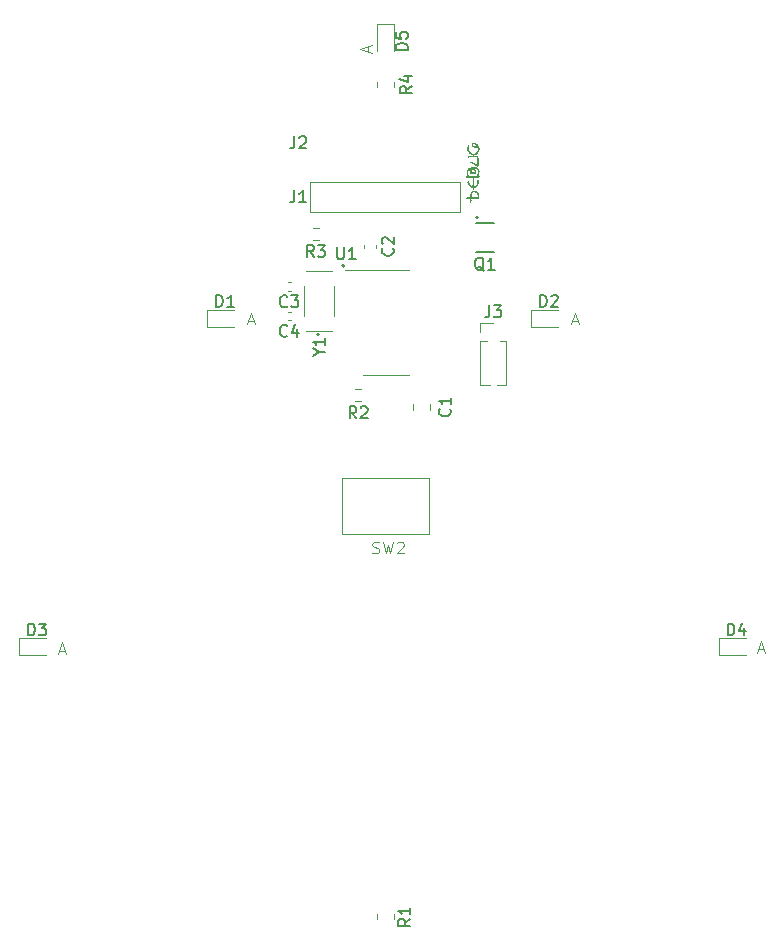
<source format=gto>
%TF.GenerationSoftware,KiCad,Pcbnew,7.0.2-0*%
%TF.CreationDate,2024-07-21T16:06:54-04:00*%
%TF.ProjectId,Tree Ornanment 2024,54726565-204f-4726-9e61-6e6d656e7420,rev?*%
%TF.SameCoordinates,Original*%
%TF.FileFunction,Legend,Top*%
%TF.FilePolarity,Positive*%
%FSLAX46Y46*%
G04 Gerber Fmt 4.6, Leading zero omitted, Abs format (unit mm)*
G04 Created by KiCad (PCBNEW 7.0.2-0) date 2024-07-21 16:06:54*
%MOMM*%
%LPD*%
G01*
G04 APERTURE LIST*
%ADD10C,0.150000*%
%ADD11C,0.175000*%
%ADD12C,0.250000*%
%ADD13C,0.100000*%
%ADD14C,0.120000*%
%ADD15C,0.152400*%
G04 APERTURE END LIST*
D10*
X132000666Y-78710619D02*
X132000666Y-79424904D01*
X132000666Y-79424904D02*
X131953047Y-79567761D01*
X131953047Y-79567761D02*
X131857809Y-79663000D01*
X131857809Y-79663000D02*
X131714952Y-79710619D01*
X131714952Y-79710619D02*
X131619714Y-79710619D01*
X132429238Y-78805857D02*
X132476857Y-78758238D01*
X132476857Y-78758238D02*
X132572095Y-78710619D01*
X132572095Y-78710619D02*
X132810190Y-78710619D01*
X132810190Y-78710619D02*
X132905428Y-78758238D01*
X132905428Y-78758238D02*
X132953047Y-78805857D01*
X132953047Y-78805857D02*
X133000666Y-78901095D01*
X133000666Y-78901095D02*
X133000666Y-78996333D01*
X133000666Y-78996333D02*
X132953047Y-79139190D01*
X132953047Y-79139190D02*
X132381619Y-79710619D01*
X132381619Y-79710619D02*
X133000666Y-79710619D01*
D11*
X147561500Y-85598000D02*
G75*
G03*
X147561500Y-85598000I-87500J0D01*
G01*
X134087500Y-95500000D02*
G75*
G03*
X134087500Y-95500000I-87500J0D01*
G01*
X136231500Y-89662000D02*
G75*
G03*
X136231500Y-89662000I-87500J0D01*
G01*
D12*
G36*
X147232406Y-83287256D02*
G01*
X147242275Y-83287767D01*
X147252251Y-83288586D01*
X147262334Y-83289713D01*
X147272523Y-83291149D01*
X147282820Y-83292892D01*
X147293223Y-83294944D01*
X147303733Y-83297304D01*
X147314350Y-83299972D01*
X147325074Y-83302948D01*
X147335904Y-83306232D01*
X147346842Y-83309825D01*
X147357886Y-83313726D01*
X147369037Y-83317935D01*
X147380295Y-83322452D01*
X147393597Y-83328075D01*
X147406635Y-83334137D01*
X147419410Y-83340638D01*
X147431922Y-83347578D01*
X147444171Y-83354957D01*
X147456156Y-83362775D01*
X147467877Y-83371031D01*
X147479336Y-83379727D01*
X147490531Y-83388861D01*
X147501463Y-83398434D01*
X147512131Y-83408446D01*
X147522536Y-83418897D01*
X147532678Y-83429787D01*
X147542557Y-83441116D01*
X147552172Y-83452883D01*
X147561524Y-83465090D01*
X147570504Y-83477580D01*
X147579067Y-83490262D01*
X147587212Y-83503134D01*
X147594939Y-83516197D01*
X147602248Y-83529451D01*
X147609139Y-83542896D01*
X147615613Y-83556532D01*
X147621668Y-83570358D01*
X147627306Y-83584375D01*
X147632526Y-83598584D01*
X147637328Y-83612982D01*
X147641712Y-83627572D01*
X147645678Y-83642353D01*
X147649226Y-83657324D01*
X147652356Y-83672486D01*
X147655069Y-83687839D01*
X147657371Y-83703304D01*
X147659270Y-83718862D01*
X147660767Y-83734513D01*
X147661862Y-83750258D01*
X147662553Y-83766097D01*
X147662842Y-83782029D01*
X147662729Y-83798055D01*
X147662213Y-83814174D01*
X147661294Y-83830386D01*
X147659973Y-83846692D01*
X147658249Y-83863092D01*
X147656122Y-83879585D01*
X147653593Y-83896171D01*
X147650661Y-83912852D01*
X147647326Y-83929625D01*
X147643589Y-83946492D01*
X147625027Y-84019032D01*
X147604868Y-84017768D01*
X147584751Y-84016508D01*
X147564678Y-84015253D01*
X147544648Y-84014002D01*
X147524661Y-84012757D01*
X147504716Y-84011516D01*
X147484815Y-84010280D01*
X147464956Y-84009049D01*
X147445140Y-84007822D01*
X147425368Y-84006601D01*
X147405638Y-84005384D01*
X147385951Y-84004172D01*
X147366307Y-84002964D01*
X147346706Y-84001762D01*
X147327148Y-84000564D01*
X147307633Y-83999371D01*
X147288161Y-83998182D01*
X147268732Y-83996999D01*
X147249345Y-83995820D01*
X147230002Y-83994646D01*
X147210702Y-83993477D01*
X147191444Y-83992313D01*
X147172230Y-83991153D01*
X147153058Y-83989998D01*
X147133929Y-83988848D01*
X147114843Y-83987702D01*
X147095801Y-83986562D01*
X147076801Y-83985426D01*
X147057844Y-83984295D01*
X147038930Y-83983169D01*
X147020059Y-83982047D01*
X147001230Y-83980930D01*
X147003917Y-84107448D01*
X147004352Y-84121121D01*
X147004619Y-84134296D01*
X147004719Y-84146973D01*
X147004650Y-84159151D01*
X147004413Y-84170832D01*
X147004009Y-84182015D01*
X147003436Y-84192699D01*
X147002696Y-84202886D01*
X147001271Y-84217232D01*
X146999467Y-84230458D01*
X146997286Y-84242563D01*
X146994728Y-84253547D01*
X146991791Y-84263411D01*
X146990728Y-84266450D01*
X146985843Y-84277556D01*
X146979981Y-84287180D01*
X146973143Y-84295324D01*
X146965327Y-84301988D01*
X146956534Y-84307170D01*
X146946764Y-84310872D01*
X146936018Y-84313093D01*
X146924294Y-84313833D01*
X146910588Y-84311923D01*
X146898231Y-84306191D01*
X146887221Y-84296639D01*
X146880630Y-84288147D01*
X146874639Y-84277958D01*
X146869246Y-84266070D01*
X146864453Y-84252484D01*
X146860259Y-84237200D01*
X146856664Y-84220217D01*
X146853668Y-84201537D01*
X146852395Y-84191559D01*
X146851272Y-84181158D01*
X146850298Y-84170331D01*
X146849474Y-84159080D01*
X146848800Y-84147405D01*
X146848276Y-84135305D01*
X146847901Y-84122780D01*
X146847677Y-84109831D01*
X146847602Y-84096457D01*
X146847602Y-83983373D01*
X146717420Y-83983373D01*
X146703582Y-83983285D01*
X146690461Y-83983021D01*
X146678057Y-83982581D01*
X146666370Y-83981965D01*
X146655400Y-83981173D01*
X146645146Y-83980204D01*
X146632591Y-83978640D01*
X146621310Y-83976762D01*
X146611303Y-83974572D01*
X146606778Y-83973359D01*
X146596716Y-83969748D01*
X146586893Y-83964344D01*
X146579526Y-83957772D01*
X146574034Y-83948629D01*
X146571886Y-83937897D01*
X146571852Y-83936234D01*
X146573301Y-83925225D01*
X146577648Y-83914944D01*
X146584893Y-83905390D01*
X146592775Y-83898271D01*
X146602512Y-83891617D01*
X146614104Y-83885429D01*
X146624016Y-83881093D01*
X146631203Y-83878348D01*
X146642601Y-83874464D01*
X146654541Y-83870961D01*
X146667022Y-83867840D01*
X146680044Y-83865102D01*
X146693606Y-83862746D01*
X146707710Y-83860772D01*
X146722354Y-83859179D01*
X146732418Y-83858330D01*
X146742722Y-83857651D01*
X146753266Y-83857142D01*
X146764051Y-83856802D01*
X146775076Y-83856632D01*
X146780679Y-83856611D01*
X146783610Y-83856611D01*
X146996834Y-83856611D01*
X147167560Y-83856611D01*
X147178006Y-83856628D01*
X147188309Y-83856678D01*
X147198469Y-83856761D01*
X147208486Y-83856878D01*
X147218360Y-83857028D01*
X147237678Y-83857429D01*
X147256423Y-83857963D01*
X147274596Y-83858631D01*
X147292197Y-83859432D01*
X147309225Y-83860367D01*
X147325681Y-83861436D01*
X147341565Y-83862638D01*
X147356876Y-83863974D01*
X147371614Y-83865443D01*
X147385780Y-83867046D01*
X147399374Y-83868782D01*
X147412395Y-83870652D01*
X147424844Y-83872656D01*
X147430854Y-83873708D01*
X147440550Y-83875774D01*
X147452444Y-83877974D01*
X147463154Y-83879540D01*
X147474878Y-83880608D01*
X147484754Y-83880685D01*
X147495475Y-83879131D01*
X147499974Y-83877371D01*
X147507546Y-83870853D01*
X147513770Y-83861468D01*
X147518808Y-83850689D01*
X147522796Y-83839778D01*
X147525849Y-83829787D01*
X147527330Y-83824371D01*
X147529542Y-83814712D01*
X147531385Y-83805063D01*
X147533966Y-83785792D01*
X147535072Y-83766557D01*
X147534703Y-83747358D01*
X147532858Y-83728195D01*
X147529539Y-83709069D01*
X147527326Y-83699519D01*
X147524745Y-83689979D01*
X147521795Y-83680448D01*
X147518476Y-83670925D01*
X147514788Y-83661412D01*
X147510732Y-83651908D01*
X147506306Y-83642412D01*
X147501512Y-83632926D01*
X147496350Y-83623449D01*
X147490818Y-83613981D01*
X147484918Y-83604522D01*
X147478649Y-83595073D01*
X147472011Y-83585632D01*
X147465005Y-83576200D01*
X147457629Y-83566777D01*
X147449886Y-83557364D01*
X147441773Y-83547959D01*
X147433291Y-83538564D01*
X147424441Y-83529177D01*
X147415222Y-83519800D01*
X147407902Y-83512526D01*
X147400777Y-83505603D01*
X147390460Y-83495877D01*
X147380584Y-83486942D01*
X147371151Y-83478796D01*
X147362160Y-83471440D01*
X147353612Y-83464874D01*
X147345505Y-83459098D01*
X147335384Y-83452626D01*
X147326050Y-83447557D01*
X147321677Y-83445550D01*
X147310258Y-83441389D01*
X147300067Y-83438773D01*
X147288936Y-83436791D01*
X147276867Y-83435441D01*
X147263860Y-83434726D01*
X147253488Y-83434605D01*
X147242587Y-83434840D01*
X147231159Y-83435432D01*
X147223247Y-83436025D01*
X147211274Y-83437403D01*
X147199992Y-83438976D01*
X147189401Y-83440741D01*
X147179501Y-83442699D01*
X147167377Y-83445611D01*
X147156481Y-83448866D01*
X147146814Y-83452465D01*
X147136459Y-83457447D01*
X147131168Y-83460693D01*
X147122907Y-83467261D01*
X147114610Y-83475820D01*
X147107946Y-83484101D01*
X147101260Y-83493657D01*
X147094551Y-83504488D01*
X147089504Y-83513447D01*
X147084445Y-83523124D01*
X147079372Y-83533517D01*
X147077678Y-83537141D01*
X147072540Y-83548238D01*
X147067565Y-83559608D01*
X147062755Y-83571250D01*
X147058109Y-83583166D01*
X147053626Y-83595354D01*
X147049308Y-83607815D01*
X147045154Y-83620549D01*
X147041164Y-83633556D01*
X147037338Y-83646836D01*
X147033677Y-83660388D01*
X147030179Y-83674214D01*
X147026845Y-83688312D01*
X147023676Y-83702683D01*
X147020671Y-83717328D01*
X147017829Y-83732244D01*
X147015152Y-83747434D01*
X146996834Y-83856611D01*
X146783610Y-83856611D01*
X146793737Y-83856381D01*
X146806117Y-83855360D01*
X146817214Y-83853523D01*
X146827030Y-83850868D01*
X146837496Y-83846402D01*
X146845959Y-83840660D01*
X146853469Y-83832085D01*
X146854441Y-83830477D01*
X146859515Y-83818751D01*
X146863035Y-83808373D01*
X146866911Y-83795487D01*
X146869693Y-83785504D01*
X146872634Y-83774406D01*
X146875732Y-83762194D01*
X146878990Y-83748867D01*
X146882405Y-83734426D01*
X146885979Y-83718871D01*
X146889711Y-83702202D01*
X146893602Y-83684418D01*
X146897651Y-83665519D01*
X146899735Y-83655652D01*
X146901859Y-83645507D01*
X146904022Y-83635083D01*
X146906775Y-83621387D01*
X146909691Y-83607962D01*
X146912770Y-83594807D01*
X146916013Y-83581922D01*
X146919418Y-83569306D01*
X146922987Y-83556961D01*
X146926719Y-83544886D01*
X146930614Y-83533081D01*
X146934672Y-83521545D01*
X146938893Y-83510280D01*
X146943278Y-83499285D01*
X146947825Y-83488560D01*
X146952536Y-83478105D01*
X146957410Y-83467919D01*
X146962447Y-83458004D01*
X146967647Y-83448359D01*
X146973010Y-83438984D01*
X146978537Y-83429878D01*
X146984227Y-83421043D01*
X146990079Y-83412478D01*
X146996095Y-83404183D01*
X147002274Y-83396158D01*
X147008616Y-83388403D01*
X147015122Y-83380917D01*
X147021790Y-83373702D01*
X147035617Y-83360082D01*
X147050096Y-83347541D01*
X147065227Y-83336081D01*
X147073038Y-83330756D01*
X147089036Y-83320992D01*
X147105461Y-83312461D01*
X147122314Y-83305162D01*
X147139594Y-83299096D01*
X147157302Y-83294263D01*
X147175437Y-83290662D01*
X147193999Y-83288294D01*
X147212989Y-83287159D01*
X147232406Y-83287256D01*
G37*
G36*
X146693484Y-82727965D02*
G01*
X146689503Y-82718263D01*
X146685802Y-82708574D01*
X146682382Y-82698899D01*
X146679242Y-82689237D01*
X146676383Y-82679588D01*
X146673804Y-82669953D01*
X146671506Y-82660331D01*
X146669488Y-82650723D01*
X146666987Y-82636335D01*
X146665117Y-82621978D01*
X146663878Y-82607650D01*
X146663271Y-82593352D01*
X146663295Y-82579085D01*
X146663443Y-82574336D01*
X146664318Y-82560617D01*
X146665847Y-82548035D01*
X146668028Y-82536591D01*
X146670862Y-82526285D01*
X146674348Y-82517116D01*
X146680011Y-82506662D01*
X146686835Y-82498230D01*
X146694818Y-82491820D01*
X146703962Y-82487433D01*
X146706429Y-82486653D01*
X146717313Y-82485111D01*
X146727663Y-82488846D01*
X146737149Y-82495824D01*
X146745486Y-82504302D01*
X146752440Y-82512828D01*
X146756011Y-82517672D01*
X146763162Y-82527998D01*
X146770207Y-82538951D01*
X146775421Y-82547576D01*
X146780574Y-82556554D01*
X146785668Y-82565883D01*
X146790701Y-82575565D01*
X146795674Y-82585598D01*
X146800587Y-82595984D01*
X146805440Y-82606721D01*
X146810233Y-82617811D01*
X146815502Y-82629979D01*
X146821174Y-82642182D01*
X146827248Y-82654419D01*
X146833726Y-82666690D01*
X146840606Y-82678996D01*
X146847888Y-82691336D01*
X146855573Y-82703710D01*
X146863661Y-82716119D01*
X146872151Y-82728562D01*
X146881044Y-82741039D01*
X146890339Y-82753551D01*
X146900038Y-82766097D01*
X146910138Y-82778677D01*
X146920642Y-82791292D01*
X146931548Y-82803941D01*
X146942856Y-82816625D01*
X146954139Y-82828928D01*
X146965029Y-82840438D01*
X146975526Y-82851155D01*
X146985629Y-82861077D01*
X146995340Y-82870206D01*
X147004658Y-82878540D01*
X147013582Y-82886081D01*
X147022113Y-82892829D01*
X147030251Y-82898782D01*
X147041722Y-82906224D01*
X147052308Y-82911879D01*
X147062009Y-82915749D01*
X147073569Y-82918131D01*
X147076213Y-82918230D01*
X147080277Y-82907955D01*
X147082258Y-82896492D01*
X147083903Y-82884265D01*
X147085172Y-82873311D01*
X147086470Y-82860829D01*
X147087799Y-82846818D01*
X147088702Y-82836629D01*
X147089158Y-82831279D01*
X147090045Y-82820180D01*
X147090875Y-82808618D01*
X147091648Y-82796595D01*
X147092364Y-82784110D01*
X147093022Y-82771163D01*
X147093623Y-82757755D01*
X147094167Y-82743884D01*
X147094653Y-82729552D01*
X147095083Y-82714758D01*
X147095455Y-82699503D01*
X147095770Y-82683785D01*
X147096027Y-82667606D01*
X147096228Y-82650965D01*
X147096371Y-82633862D01*
X147096457Y-82616298D01*
X147096485Y-82598272D01*
X147096494Y-82587073D01*
X147096519Y-82576068D01*
X147096560Y-82565259D01*
X147096619Y-82554644D01*
X147096694Y-82544223D01*
X147096786Y-82533998D01*
X147096894Y-82523966D01*
X147097019Y-82514130D01*
X147097320Y-82495041D01*
X147097687Y-82476730D01*
X147098121Y-82459198D01*
X147098622Y-82442445D01*
X147099190Y-82426470D01*
X147099824Y-82411273D01*
X147100526Y-82396855D01*
X147101294Y-82383216D01*
X147102129Y-82370355D01*
X147103030Y-82358273D01*
X147103999Y-82346969D01*
X147105034Y-82336443D01*
X147106161Y-82326539D01*
X147108075Y-82312552D01*
X147110254Y-82299608D01*
X147112700Y-82287708D01*
X147115412Y-82276851D01*
X147118390Y-82267037D01*
X147122775Y-82255575D01*
X147127633Y-82245967D01*
X147134371Y-82236566D01*
X147137274Y-82233617D01*
X147146445Y-82226556D01*
X147155214Y-82220882D01*
X147167613Y-82214972D01*
X147179105Y-82212184D01*
X147189692Y-82212517D01*
X147199372Y-82215971D01*
X147208147Y-82222546D01*
X147216016Y-82232242D01*
X147222979Y-82245060D01*
X147227118Y-82255339D01*
X147230854Y-82267006D01*
X147234188Y-82280059D01*
X147235704Y-82287106D01*
X147237752Y-82298494D01*
X147239623Y-82310981D01*
X147241316Y-82324567D01*
X147242832Y-82339252D01*
X147244171Y-82355036D01*
X147245332Y-82371920D01*
X147246316Y-82389902D01*
X147247122Y-82408983D01*
X147247459Y-82418936D01*
X147247751Y-82429164D01*
X147247999Y-82439666D01*
X147248202Y-82450444D01*
X147248361Y-82461496D01*
X147248476Y-82472822D01*
X147248546Y-82484424D01*
X147248572Y-82496300D01*
X147248554Y-82508451D01*
X147248491Y-82520877D01*
X147248384Y-82533578D01*
X147248233Y-82546553D01*
X147248037Y-82559803D01*
X147247797Y-82573328D01*
X147247512Y-82587128D01*
X147247183Y-82601203D01*
X147246606Y-82620248D01*
X147246067Y-82638701D01*
X147245564Y-82656561D01*
X147245099Y-82673830D01*
X147244671Y-82690507D01*
X147244281Y-82706592D01*
X147243927Y-82722085D01*
X147243611Y-82736986D01*
X147243332Y-82751295D01*
X147243090Y-82765012D01*
X147242885Y-82778137D01*
X147242718Y-82790670D01*
X147242588Y-82802611D01*
X147242495Y-82813960D01*
X147242439Y-82824717D01*
X147242420Y-82834882D01*
X147242495Y-82853436D01*
X147242718Y-82869622D01*
X147243090Y-82883439D01*
X147243611Y-82894889D01*
X147244671Y-82907624D01*
X147247183Y-82917009D01*
X147256583Y-82920827D01*
X147267036Y-82921205D01*
X147278305Y-82920195D01*
X147288994Y-82918520D01*
X147301172Y-82916074D01*
X147311282Y-82913733D01*
X147314838Y-82912856D01*
X147325615Y-82909405D01*
X147336148Y-82904545D01*
X147346435Y-82898276D01*
X147356478Y-82890600D01*
X147366276Y-82881515D01*
X147375829Y-82871022D01*
X147382062Y-82863245D01*
X147388187Y-82854841D01*
X147394202Y-82845812D01*
X147400109Y-82836157D01*
X147405907Y-82825875D01*
X147411596Y-82814968D01*
X147417176Y-82803436D01*
X147422559Y-82791348D01*
X147427717Y-82778840D01*
X147432649Y-82765909D01*
X147437357Y-82752557D01*
X147441839Y-82738783D01*
X147446096Y-82724587D01*
X147450128Y-82709970D01*
X147453935Y-82694931D01*
X147457516Y-82679470D01*
X147460873Y-82663588D01*
X147464004Y-82647283D01*
X147466910Y-82630558D01*
X147469591Y-82613410D01*
X147472047Y-82595841D01*
X147474277Y-82577850D01*
X147476283Y-82559437D01*
X147477908Y-82545877D01*
X147479546Y-82532918D01*
X147481197Y-82520559D01*
X147482862Y-82508802D01*
X147484540Y-82497646D01*
X147486232Y-82487092D01*
X147487937Y-82477138D01*
X147490519Y-82463334D01*
X147493132Y-82450883D01*
X147495774Y-82439784D01*
X147498447Y-82430037D01*
X147502057Y-82419145D01*
X147503882Y-82414601D01*
X147509088Y-82404821D01*
X147515546Y-82396698D01*
X147523256Y-82390233D01*
X147532218Y-82385425D01*
X147542433Y-82382276D01*
X147553900Y-82380784D01*
X147558837Y-82380651D01*
X147570226Y-82381598D01*
X147580670Y-82384438D01*
X147590170Y-82389171D01*
X147598725Y-82395798D01*
X147606335Y-82404318D01*
X147613002Y-82414732D01*
X147618723Y-82427039D01*
X147622013Y-82436295D01*
X147624883Y-82446393D01*
X147627333Y-82457332D01*
X147629363Y-82469113D01*
X147630973Y-82481736D01*
X147631621Y-82488362D01*
X147632603Y-82501983D01*
X147633167Y-82515916D01*
X147633313Y-82530162D01*
X147633041Y-82544721D01*
X147632351Y-82559594D01*
X147631243Y-82574779D01*
X147629718Y-82590277D01*
X147627774Y-82606087D01*
X147625413Y-82622211D01*
X147622634Y-82638648D01*
X147619437Y-82655398D01*
X147615822Y-82672460D01*
X147611789Y-82689836D01*
X147607338Y-82707525D01*
X147602470Y-82725526D01*
X147597183Y-82743840D01*
X147591802Y-82761563D01*
X147586223Y-82778798D01*
X147580445Y-82795544D01*
X147574468Y-82811801D01*
X147568294Y-82827570D01*
X147561920Y-82842850D01*
X147555349Y-82857642D01*
X147548579Y-82871946D01*
X147541610Y-82885761D01*
X147534443Y-82899087D01*
X147527078Y-82911925D01*
X147519514Y-82924275D01*
X147511751Y-82936136D01*
X147503791Y-82947508D01*
X147495631Y-82958392D01*
X147487274Y-82968788D01*
X147478718Y-82978695D01*
X147469963Y-82988114D01*
X147461010Y-82997044D01*
X147451859Y-83005486D01*
X147442509Y-83013439D01*
X147432960Y-83020903D01*
X147423213Y-83027880D01*
X147413268Y-83034367D01*
X147403124Y-83040366D01*
X147392782Y-83045877D01*
X147382242Y-83050899D01*
X147371503Y-83055433D01*
X147360565Y-83059478D01*
X147349429Y-83063035D01*
X147338095Y-83066104D01*
X147326562Y-83068683D01*
X147315537Y-83071025D01*
X147305267Y-83073469D01*
X147295753Y-83076016D01*
X147284243Y-83079573D01*
X147274076Y-83083313D01*
X147263257Y-83088246D01*
X147254537Y-83093464D01*
X147247916Y-83098969D01*
X147241490Y-83107107D01*
X147236673Y-83116105D01*
X147232345Y-83127118D01*
X147229235Y-83137380D01*
X147226438Y-83148932D01*
X147223953Y-83161774D01*
X147222295Y-83172252D01*
X147221782Y-83175906D01*
X147219966Y-83188200D01*
X147217815Y-83199803D01*
X147215329Y-83210714D01*
X147212508Y-83220934D01*
X147209353Y-83230463D01*
X147204624Y-83242094D01*
X147199300Y-83252495D01*
X147193381Y-83261667D01*
X147186867Y-83269611D01*
X147185145Y-83271405D01*
X147176504Y-83278669D01*
X147166291Y-83283592D01*
X147156251Y-83284376D01*
X147146382Y-83281022D01*
X147138289Y-83275065D01*
X147131900Y-83268230D01*
X147125878Y-83259853D01*
X147120513Y-83250354D01*
X147115803Y-83239734D01*
X147111750Y-83227991D01*
X147109141Y-83218447D01*
X147106902Y-83208273D01*
X147105031Y-83197467D01*
X147103530Y-83186031D01*
X147102398Y-83173963D01*
X147102103Y-83169800D01*
X147101280Y-83159445D01*
X147100277Y-83149721D01*
X147098659Y-83137738D01*
X147096720Y-83126877D01*
X147094461Y-83117138D01*
X147091186Y-83106542D01*
X147086595Y-83096140D01*
X147084029Y-83091886D01*
X147076627Y-83083174D01*
X147068367Y-83076637D01*
X147058338Y-83070958D01*
X147048629Y-83066882D01*
X147037692Y-83063402D01*
X147030540Y-83061600D01*
X147017617Y-83057494D01*
X147008534Y-83053808D01*
X146999077Y-83049362D01*
X146989246Y-83044157D01*
X146979042Y-83038192D01*
X146968463Y-83031467D01*
X146957510Y-83023984D01*
X146946183Y-83015740D01*
X146934483Y-83006738D01*
X146922408Y-82996976D01*
X146909959Y-82986454D01*
X146897136Y-82975173D01*
X146883940Y-82963133D01*
X146870369Y-82950333D01*
X146856424Y-82936774D01*
X146849311Y-82929709D01*
X146842224Y-82922577D01*
X146835279Y-82915497D01*
X146828477Y-82908472D01*
X146815303Y-82894580D01*
X146802702Y-82880903D01*
X146790673Y-82867439D01*
X146779217Y-82854189D01*
X146768333Y-82841152D01*
X146758021Y-82828329D01*
X146748282Y-82815720D01*
X146739115Y-82803325D01*
X146730521Y-82791143D01*
X146722499Y-82779175D01*
X146715049Y-82767421D01*
X146708172Y-82755881D01*
X146701868Y-82744554D01*
X146696136Y-82733441D01*
X146693484Y-82727965D01*
G37*
G36*
X147399955Y-81291974D02*
G01*
X147412213Y-81292837D01*
X147423234Y-81294592D01*
X147433019Y-81297241D01*
X147437448Y-81298900D01*
X147446668Y-81303365D01*
X147457232Y-81309799D01*
X147466036Y-81315917D01*
X147475596Y-81323143D01*
X147485911Y-81331476D01*
X147496982Y-81340917D01*
X147504783Y-81347827D01*
X147512919Y-81355228D01*
X147521391Y-81363122D01*
X147530199Y-81371509D01*
X147539343Y-81380387D01*
X147548823Y-81389758D01*
X147557725Y-81398980D01*
X147566298Y-81408084D01*
X147574540Y-81417069D01*
X147582452Y-81425937D01*
X147590034Y-81434685D01*
X147597286Y-81443316D01*
X147604208Y-81451828D01*
X147610800Y-81460222D01*
X147617061Y-81468498D01*
X147622993Y-81476655D01*
X147628594Y-81484694D01*
X147636377Y-81496531D01*
X147643417Y-81508101D01*
X147649715Y-81519406D01*
X147651649Y-81523115D01*
X147657062Y-81534297D01*
X147661942Y-81545772D01*
X147666289Y-81557539D01*
X147670105Y-81569597D01*
X147673388Y-81581948D01*
X147676138Y-81594590D01*
X147678357Y-81607524D01*
X147680042Y-81620751D01*
X147681196Y-81634269D01*
X147681817Y-81648079D01*
X147681935Y-81657448D01*
X147681673Y-81671987D01*
X147681208Y-81682161D01*
X147680509Y-81692721D01*
X147679578Y-81703666D01*
X147678414Y-81714996D01*
X147677018Y-81726713D01*
X147675388Y-81738814D01*
X147673526Y-81751301D01*
X147671430Y-81764173D01*
X147669103Y-81777431D01*
X147666542Y-81791074D01*
X147663748Y-81805103D01*
X147660722Y-81819517D01*
X147657463Y-81834317D01*
X147653971Y-81849502D01*
X147652138Y-81857239D01*
X147650180Y-81866918D01*
X147647921Y-81877241D01*
X147645543Y-81887601D01*
X147643208Y-81897467D01*
X147642368Y-81900958D01*
X147638472Y-81918076D01*
X147634842Y-81934259D01*
X147631480Y-81949507D01*
X147628385Y-81963820D01*
X147625557Y-81977198D01*
X147622996Y-81989641D01*
X147620703Y-82001149D01*
X147618676Y-82011722D01*
X147616917Y-82021361D01*
X147614779Y-82034064D01*
X147613242Y-82044665D01*
X147612128Y-82055526D01*
X147612082Y-82062647D01*
X147615318Y-82072218D01*
X147623317Y-82079927D01*
X147632442Y-82084487D01*
X147642092Y-82087486D01*
X147653603Y-82089758D01*
X147663415Y-82091133D01*
X147663617Y-82091224D01*
X147673801Y-82093359D01*
X147683469Y-82096284D01*
X147692623Y-82099999D01*
X147702651Y-82105332D01*
X147711977Y-82111740D01*
X147719971Y-82118824D01*
X147726703Y-82127521D01*
X147730871Y-82136860D01*
X147732474Y-82146840D01*
X147732494Y-82148132D01*
X147729965Y-82158063D01*
X147722380Y-82166789D01*
X147712672Y-82172903D01*
X147703266Y-82176982D01*
X147692041Y-82180628D01*
X147678995Y-82183840D01*
X147669286Y-82185740D01*
X147658768Y-82187448D01*
X147647442Y-82188963D01*
X147635306Y-82190286D01*
X147628935Y-82190875D01*
X147614964Y-82191961D01*
X147598942Y-82193023D01*
X147580869Y-82194060D01*
X147571064Y-82194569D01*
X147560745Y-82195073D01*
X147549914Y-82195569D01*
X147538570Y-82196060D01*
X147526713Y-82196544D01*
X147514343Y-82197023D01*
X147501460Y-82197495D01*
X147488065Y-82197960D01*
X147474156Y-82198420D01*
X147459735Y-82198874D01*
X147444801Y-82199321D01*
X147429355Y-82199762D01*
X147413395Y-82200197D01*
X147396923Y-82200625D01*
X147379938Y-82201048D01*
X147362440Y-82201464D01*
X147344429Y-82201874D01*
X147325906Y-82202278D01*
X147306869Y-82202675D01*
X147287320Y-82203067D01*
X147267258Y-82203452D01*
X147246683Y-82203831D01*
X147225595Y-82204204D01*
X147203995Y-82204570D01*
X147181882Y-82204931D01*
X147159256Y-82205285D01*
X147124061Y-82205616D01*
X147089920Y-82205907D01*
X147056832Y-82206158D01*
X147024796Y-82206369D01*
X146993813Y-82206540D01*
X146963883Y-82206670D01*
X146935006Y-82206761D01*
X146907182Y-82206811D01*
X146880410Y-82206822D01*
X146854691Y-82206792D01*
X146830026Y-82206723D01*
X146806412Y-82206613D01*
X146783852Y-82206463D01*
X146762345Y-82206273D01*
X146741890Y-82206043D01*
X146722488Y-82205773D01*
X146704139Y-82205463D01*
X146686843Y-82205113D01*
X146670600Y-82204723D01*
X146655409Y-82204293D01*
X146641272Y-82203822D01*
X146628187Y-82203312D01*
X146616155Y-82202761D01*
X146605175Y-82202171D01*
X146595249Y-82201540D01*
X146578555Y-82200159D01*
X146566072Y-82198617D01*
X146555243Y-82196004D01*
X146545625Y-82191765D01*
X146535079Y-82185605D01*
X146527135Y-82178866D01*
X146520866Y-82169625D01*
X146518663Y-82159479D01*
X146520527Y-82148426D01*
X146524946Y-82138931D01*
X146528132Y-82133966D01*
X146535333Y-82125173D01*
X146543993Y-82117357D01*
X146554110Y-82110519D01*
X146565684Y-82104657D01*
X146575322Y-82100902D01*
X146585780Y-82097696D01*
X146597058Y-82095040D01*
X146609156Y-82092933D01*
X146622074Y-82091376D01*
X146626562Y-82090979D01*
X146697148Y-82083896D01*
X146652696Y-81991084D01*
X146646803Y-81979025D01*
X146641274Y-81966786D01*
X146636109Y-81954365D01*
X146631309Y-81941762D01*
X146626874Y-81928979D01*
X146622803Y-81916014D01*
X146619096Y-81902867D01*
X146615754Y-81889540D01*
X146612777Y-81876031D01*
X146610163Y-81862341D01*
X146607915Y-81848470D01*
X146606030Y-81834417D01*
X146604510Y-81820184D01*
X146603355Y-81805768D01*
X146602564Y-81791172D01*
X146602469Y-81787874D01*
X146726366Y-81787874D01*
X146726772Y-81801925D01*
X146727595Y-81816420D01*
X146728833Y-81831357D01*
X146730487Y-81846736D01*
X146732558Y-81862559D01*
X146735044Y-81878824D01*
X146737946Y-81895532D01*
X146741265Y-81912682D01*
X146744999Y-81930275D01*
X146749149Y-81948311D01*
X146753715Y-81966789D01*
X146758697Y-81985711D01*
X146784099Y-82085362D01*
X147087448Y-82085362D01*
X147099075Y-82085362D01*
X147110234Y-82085362D01*
X147120925Y-82085362D01*
X147131149Y-82085362D01*
X147144051Y-82085362D01*
X147156122Y-82085362D01*
X147167361Y-82085362D01*
X147177768Y-82085362D01*
X147187344Y-82085362D01*
X147198907Y-82085278D01*
X147210852Y-82085028D01*
X147220683Y-82084707D01*
X147230758Y-82084280D01*
X147241077Y-82083745D01*
X147251640Y-82083104D01*
X147262448Y-82082356D01*
X147267944Y-82081942D01*
X147278568Y-82081110D01*
X147288460Y-82080324D01*
X147299794Y-82079406D01*
X147309984Y-82078559D01*
X147320700Y-82077637D01*
X147331119Y-82076692D01*
X147332424Y-82076569D01*
X147343109Y-82075058D01*
X147353161Y-82073059D01*
X147363866Y-82070429D01*
X147373563Y-82067673D01*
X147380295Y-82065578D01*
X147389987Y-82062258D01*
X147399861Y-82058558D01*
X147409257Y-82054558D01*
X147418168Y-82049903D01*
X147418886Y-82049458D01*
X147427135Y-82043151D01*
X147434914Y-82036101D01*
X147442608Y-82028407D01*
X147446729Y-82024057D01*
X147453588Y-82016313D01*
X147460168Y-82007864D01*
X147465964Y-81998869D01*
X147469688Y-81991328D01*
X147473411Y-81981711D01*
X147476893Y-81972521D01*
X147480891Y-81961836D01*
X147484726Y-81951486D01*
X147486785Y-81945899D01*
X147490107Y-81936389D01*
X147493201Y-81927094D01*
X147496616Y-81916224D01*
X147499704Y-81905662D01*
X147502466Y-81895409D01*
X147504127Y-81888746D01*
X147506680Y-81878142D01*
X147509070Y-81868216D01*
X147511698Y-81857300D01*
X147514565Y-81845394D01*
X147517030Y-81835157D01*
X147519648Y-81824286D01*
X147521712Y-81815718D01*
X147524734Y-81802697D01*
X147527574Y-81790137D01*
X147530230Y-81778036D01*
X147532703Y-81766396D01*
X147534993Y-81755215D01*
X147537099Y-81744494D01*
X147539023Y-81734233D01*
X147540763Y-81724432D01*
X147543030Y-81710592D01*
X147544885Y-81697787D01*
X147546327Y-81686017D01*
X147547357Y-81675282D01*
X147548090Y-81662577D01*
X147548136Y-81650838D01*
X147547541Y-81639313D01*
X147546304Y-81628002D01*
X147544427Y-81616904D01*
X147541908Y-81606020D01*
X147538748Y-81595349D01*
X147534947Y-81584893D01*
X147530505Y-81574650D01*
X147524046Y-81562523D01*
X147516944Y-81550687D01*
X147509197Y-81539144D01*
X147500806Y-81527893D01*
X147491772Y-81516933D01*
X147482093Y-81506266D01*
X147471771Y-81495890D01*
X147464531Y-81489135D01*
X147457005Y-81482510D01*
X147449193Y-81476015D01*
X147441095Y-81469649D01*
X147432711Y-81463413D01*
X147428411Y-81460344D01*
X147419868Y-81454449D01*
X147411581Y-81449037D01*
X147399630Y-81441823D01*
X147388254Y-81435696D01*
X147377454Y-81430655D01*
X147367228Y-81426700D01*
X147357578Y-81423831D01*
X147345607Y-81421696D01*
X147334658Y-81421492D01*
X147324732Y-81423219D01*
X147322410Y-81423952D01*
X147313354Y-81428824D01*
X147306210Y-81435594D01*
X147302260Y-81444743D01*
X147302382Y-81454238D01*
X147305181Y-81463798D01*
X147309692Y-81474756D01*
X147314725Y-81485479D01*
X147319332Y-81494664D01*
X147324651Y-81504828D01*
X147330684Y-81515971D01*
X147337428Y-81528092D01*
X147342321Y-81536717D01*
X147347530Y-81545777D01*
X147350254Y-81550470D01*
X147358388Y-81565827D01*
X147365938Y-81581061D01*
X147372905Y-81596174D01*
X147379288Y-81611164D01*
X147385087Y-81626032D01*
X147390302Y-81640779D01*
X147394933Y-81655403D01*
X147398980Y-81669905D01*
X147402443Y-81684284D01*
X147405323Y-81698542D01*
X147407618Y-81712678D01*
X147409330Y-81726691D01*
X147410457Y-81740582D01*
X147411001Y-81754352D01*
X147410961Y-81767999D01*
X147410337Y-81781524D01*
X147401545Y-81894364D01*
X147153638Y-81894364D01*
X147140146Y-81894328D01*
X147126905Y-81894219D01*
X147113913Y-81894037D01*
X147101172Y-81893784D01*
X147088680Y-81893457D01*
X147076438Y-81893059D01*
X147064446Y-81892587D01*
X147052705Y-81892043D01*
X147041213Y-81891427D01*
X147029971Y-81890738D01*
X147018979Y-81889977D01*
X147008237Y-81889143D01*
X146997745Y-81888237D01*
X146987503Y-81887258D01*
X146977511Y-81886206D01*
X146967769Y-81885083D01*
X146953882Y-81883230D01*
X146941073Y-81881244D01*
X146929342Y-81879126D01*
X146918688Y-81876874D01*
X146909112Y-81874489D01*
X146898020Y-81871102D01*
X146888843Y-81867478D01*
X146880067Y-81862616D01*
X146875201Y-81858460D01*
X146868226Y-81850672D01*
X146863480Y-81839522D01*
X146861290Y-81828180D01*
X146860584Y-81818261D01*
X146860680Y-81807131D01*
X146861580Y-81794790D01*
X146863282Y-81781239D01*
X146864863Y-81771533D01*
X146866801Y-81761288D01*
X146868471Y-81753436D01*
X147012710Y-81753436D01*
X147107232Y-81753436D01*
X147120030Y-81753515D01*
X147132412Y-81753752D01*
X147144378Y-81754148D01*
X147155928Y-81754703D01*
X147167062Y-81755415D01*
X147177780Y-81756286D01*
X147188082Y-81757316D01*
X147197968Y-81758504D01*
X147212017Y-81760582D01*
X147225131Y-81763017D01*
X147237308Y-81765809D01*
X147248549Y-81768957D01*
X147258855Y-81772461D01*
X147262082Y-81773708D01*
X147271699Y-81777173D01*
X147281888Y-81778879D01*
X147286995Y-81776394D01*
X147287246Y-81766239D01*
X147285427Y-81755335D01*
X147283239Y-81745299D01*
X147280313Y-81733391D01*
X147278202Y-81725348D01*
X147275691Y-81715056D01*
X147272981Y-81704942D01*
X147270073Y-81695005D01*
X147266967Y-81685246D01*
X147263662Y-81675664D01*
X147260158Y-81666260D01*
X147256457Y-81657033D01*
X147252556Y-81647984D01*
X147248458Y-81639112D01*
X147241938Y-81626137D01*
X147234971Y-81613561D01*
X147227558Y-81601384D01*
X147219698Y-81589607D01*
X147214210Y-81581977D01*
X147205844Y-81571152D01*
X147197598Y-81561392D01*
X147189472Y-81552697D01*
X147181466Y-81545066D01*
X147173581Y-81538500D01*
X147163254Y-81531402D01*
X147153141Y-81526196D01*
X147143241Y-81522884D01*
X147133556Y-81521464D01*
X147131168Y-81521405D01*
X147120673Y-81523256D01*
X147110315Y-81528809D01*
X147102638Y-81535402D01*
X147095037Y-81544079D01*
X147087514Y-81554837D01*
X147080067Y-81567678D01*
X147075146Y-81577395D01*
X147070260Y-81588037D01*
X147065407Y-81599606D01*
X147060589Y-81612099D01*
X147055805Y-81625518D01*
X147051056Y-81639863D01*
X147012710Y-81753436D01*
X146868471Y-81753436D01*
X146869095Y-81750505D01*
X146871715Y-81739120D01*
X146874690Y-81727069D01*
X146878020Y-81714352D01*
X146881704Y-81700969D01*
X146885744Y-81686920D01*
X146890138Y-81672206D01*
X146894888Y-81656825D01*
X146899992Y-81640779D01*
X146905451Y-81624066D01*
X146911265Y-81606688D01*
X146917434Y-81588643D01*
X146920652Y-81579371D01*
X146923958Y-81569933D01*
X146927353Y-81560328D01*
X146930837Y-81550557D01*
X146934410Y-81540619D01*
X146938071Y-81530514D01*
X146941821Y-81520244D01*
X146945660Y-81509806D01*
X146949587Y-81499202D01*
X146953603Y-81488432D01*
X146956164Y-81478486D01*
X146955363Y-81468697D01*
X146946476Y-81463746D01*
X146944322Y-81463764D01*
X146932808Y-81465794D01*
X146920493Y-81469931D01*
X146910731Y-81474416D01*
X146900518Y-81480086D01*
X146889854Y-81486941D01*
X146878739Y-81494981D01*
X146867173Y-81504206D01*
X146859213Y-81511014D01*
X146851051Y-81518349D01*
X146842690Y-81526211D01*
X146834128Y-81534599D01*
X146829772Y-81538990D01*
X146822360Y-81545823D01*
X146815237Y-81552886D01*
X146809011Y-81559507D01*
X146800656Y-81569556D01*
X146792746Y-81579737D01*
X146785284Y-81590050D01*
X146778267Y-81600494D01*
X146771698Y-81611070D01*
X146765574Y-81621777D01*
X146759898Y-81632617D01*
X146754667Y-81643587D01*
X146749884Y-81654690D01*
X146745546Y-81665924D01*
X146741656Y-81677290D01*
X146738211Y-81688788D01*
X146735214Y-81700417D01*
X146732663Y-81712178D01*
X146730558Y-81724070D01*
X146728900Y-81736094D01*
X146727642Y-81748375D01*
X146726801Y-81761099D01*
X146726375Y-81774265D01*
X146726366Y-81787874D01*
X146602469Y-81787874D01*
X146602138Y-81776394D01*
X146602042Y-81761561D01*
X146602306Y-81746860D01*
X146602928Y-81732291D01*
X146603908Y-81717853D01*
X146605248Y-81703546D01*
X146606946Y-81689372D01*
X146609003Y-81675329D01*
X146611419Y-81661417D01*
X146614193Y-81647637D01*
X146617327Y-81633989D01*
X146620818Y-81620473D01*
X146624669Y-81607088D01*
X146628878Y-81593835D01*
X146633447Y-81580714D01*
X146638373Y-81567724D01*
X146643659Y-81554866D01*
X146649222Y-81542246D01*
X146655043Y-81530030D01*
X146661121Y-81518218D01*
X146667457Y-81506811D01*
X146674051Y-81495809D01*
X146680902Y-81485211D01*
X146688011Y-81475018D01*
X146695377Y-81465229D01*
X146703001Y-81455845D01*
X146710883Y-81446865D01*
X146719022Y-81438290D01*
X146727419Y-81430119D01*
X146736073Y-81422353D01*
X146744985Y-81414991D01*
X146754155Y-81408034D01*
X146763582Y-81401482D01*
X146774040Y-81395510D01*
X146784167Y-81390708D01*
X146795858Y-81385882D01*
X146805653Y-81382248D01*
X146816328Y-81378600D01*
X146827884Y-81374940D01*
X146840320Y-81371267D01*
X146853635Y-81367582D01*
X146867831Y-81363883D01*
X146872759Y-81362647D01*
X146882711Y-81360189D01*
X146892661Y-81357823D01*
X146902609Y-81355549D01*
X146912555Y-81353366D01*
X146922499Y-81351275D01*
X146932442Y-81349275D01*
X146942382Y-81347367D01*
X146952321Y-81345550D01*
X146962258Y-81343825D01*
X146972192Y-81342192D01*
X146982125Y-81340650D01*
X146992056Y-81339200D01*
X147001985Y-81337841D01*
X147011912Y-81336574D01*
X147021838Y-81335399D01*
X147031761Y-81334315D01*
X147047092Y-81333176D01*
X147062860Y-81331895D01*
X147079065Y-81330474D01*
X147095707Y-81328911D01*
X147112786Y-81327207D01*
X147130301Y-81325362D01*
X147148254Y-81323376D01*
X147166644Y-81321248D01*
X147185471Y-81318979D01*
X147204734Y-81316569D01*
X147214530Y-81315311D01*
X147224435Y-81314018D01*
X147234449Y-81312689D01*
X147244573Y-81311326D01*
X147254805Y-81309926D01*
X147265147Y-81308492D01*
X147275598Y-81307022D01*
X147286159Y-81305517D01*
X147296828Y-81303977D01*
X147307607Y-81302401D01*
X147318496Y-81300790D01*
X147329493Y-81299144D01*
X147342975Y-81296693D01*
X147355762Y-81294745D01*
X147367854Y-81293299D01*
X147379250Y-81292355D01*
X147389950Y-81291913D01*
X147399955Y-81291974D01*
G37*
G36*
X146723282Y-80490944D02*
G01*
X146713354Y-80486916D01*
X146703439Y-80480917D01*
X146695705Y-80473647D01*
X146690153Y-80465106D01*
X146686781Y-80455294D01*
X146685913Y-80449912D01*
X146685693Y-80438932D01*
X146687413Y-80428159D01*
X146691074Y-80417591D01*
X146696675Y-80407230D01*
X146702825Y-80398753D01*
X146707162Y-80393736D01*
X146715076Y-80385704D01*
X146723706Y-80378399D01*
X146733051Y-80371822D01*
X146743112Y-80365972D01*
X146753888Y-80360850D01*
X146763024Y-80357276D01*
X146770177Y-80354901D01*
X146781544Y-80352156D01*
X146794578Y-80349600D01*
X146809280Y-80347233D01*
X146825650Y-80345055D01*
X146843688Y-80343066D01*
X146863394Y-80341265D01*
X146873872Y-80340436D01*
X146884767Y-80339654D01*
X146896079Y-80338919D01*
X146907808Y-80338232D01*
X146919953Y-80337591D01*
X146932516Y-80336998D01*
X146945496Y-80336452D01*
X146958893Y-80335953D01*
X146972706Y-80335502D01*
X146986937Y-80335097D01*
X147001584Y-80334740D01*
X147016648Y-80334431D01*
X147032130Y-80334168D01*
X147048028Y-80333953D01*
X147064343Y-80333784D01*
X147081075Y-80333663D01*
X147098224Y-80333590D01*
X147115790Y-80333563D01*
X147133773Y-80333584D01*
X147152173Y-80333652D01*
X147170521Y-80333768D01*
X147188379Y-80333932D01*
X147205747Y-80334144D01*
X147222625Y-80334404D01*
X147239014Y-80334712D01*
X147254912Y-80335069D01*
X147270321Y-80335474D01*
X147285239Y-80335926D01*
X147299668Y-80336428D01*
X147313607Y-80336977D01*
X147327055Y-80337574D01*
X147340014Y-80338220D01*
X147352483Y-80338914D01*
X147364463Y-80339656D01*
X147375952Y-80340446D01*
X147386951Y-80341285D01*
X147397460Y-80342171D01*
X147407480Y-80343106D01*
X147426049Y-80345120D01*
X147442658Y-80347327D01*
X147457308Y-80349726D01*
X147469998Y-80352318D01*
X147480729Y-80355103D01*
X147493150Y-80359642D01*
X147496311Y-80361251D01*
X147507382Y-80367590D01*
X147517758Y-80374761D01*
X147527440Y-80382764D01*
X147536428Y-80391599D01*
X147544720Y-80401265D01*
X147552319Y-80411764D01*
X147557562Y-80420184D01*
X147562414Y-80429072D01*
X147565431Y-80435257D01*
X147569710Y-80445090D01*
X147573752Y-80455722D01*
X147577558Y-80467152D01*
X147581128Y-80479381D01*
X147584462Y-80492408D01*
X147587559Y-80506234D01*
X147589493Y-80515895D01*
X147591322Y-80525911D01*
X147593046Y-80536282D01*
X147594665Y-80547008D01*
X147596179Y-80558088D01*
X147597589Y-80569524D01*
X147598893Y-80581314D01*
X147600087Y-80593629D01*
X147601228Y-80606639D01*
X147602316Y-80620343D01*
X147603350Y-80634742D01*
X147604331Y-80649836D01*
X147605258Y-80665624D01*
X147606132Y-80682106D01*
X147606953Y-80699284D01*
X147607720Y-80717155D01*
X147608433Y-80735721D01*
X147609094Y-80754982D01*
X147609404Y-80764873D01*
X147609700Y-80774938D01*
X147609984Y-80785176D01*
X147610254Y-80795588D01*
X147610510Y-80806173D01*
X147610754Y-80816932D01*
X147610984Y-80827865D01*
X147611200Y-80838971D01*
X147611403Y-80850251D01*
X147611593Y-80861705D01*
X147611830Y-80876311D01*
X147612022Y-80890638D01*
X147612168Y-80904686D01*
X147612269Y-80918453D01*
X147612324Y-80931942D01*
X147612335Y-80945150D01*
X147612300Y-80958079D01*
X147612219Y-80970729D01*
X147612094Y-80983099D01*
X147611923Y-80995189D01*
X147611706Y-81007000D01*
X147611445Y-81018532D01*
X147611138Y-81029784D01*
X147610785Y-81040756D01*
X147610388Y-81051449D01*
X147609945Y-81061862D01*
X147609456Y-81071996D01*
X147608923Y-81081850D01*
X147607720Y-81100720D01*
X147606335Y-81118471D01*
X147604770Y-81135104D01*
X147603023Y-81150619D01*
X147601095Y-81165016D01*
X147598985Y-81178295D01*
X147596695Y-81190456D01*
X147594165Y-81201695D01*
X147591340Y-81212209D01*
X147588220Y-81221998D01*
X147582984Y-81235321D01*
X147577083Y-81247013D01*
X147570516Y-81257074D01*
X147563284Y-81265503D01*
X147555386Y-81272301D01*
X147546823Y-81277467D01*
X147537595Y-81281002D01*
X147527701Y-81282906D01*
X147520735Y-81283268D01*
X147508177Y-81279255D01*
X147495181Y-81272995D01*
X147484242Y-81267216D01*
X147471482Y-81260153D01*
X147456902Y-81251806D01*
X147440501Y-81242174D01*
X147431618Y-81236877D01*
X147422280Y-81231259D01*
X147412487Y-81225319D01*
X147402239Y-81219059D01*
X147391536Y-81212478D01*
X147380377Y-81205575D01*
X147368764Y-81198352D01*
X147356695Y-81190807D01*
X147344172Y-81182941D01*
X147331193Y-81174755D01*
X147317759Y-81166247D01*
X147303870Y-81157418D01*
X147289526Y-81148268D01*
X147274727Y-81138798D01*
X147259473Y-81129006D01*
X147243764Y-81118893D01*
X147227331Y-81108634D01*
X147211311Y-81098679D01*
X147195703Y-81089028D01*
X147180509Y-81079680D01*
X147165726Y-81070637D01*
X147151357Y-81061897D01*
X147137400Y-81053462D01*
X147123856Y-81045330D01*
X147110724Y-81037502D01*
X147098005Y-81029978D01*
X147085699Y-81022758D01*
X147073805Y-81015841D01*
X147062324Y-81009229D01*
X147051255Y-81002920D01*
X147040600Y-80996916D01*
X147030356Y-80991215D01*
X147020526Y-80985818D01*
X147011108Y-80980725D01*
X147002103Y-80975936D01*
X146985330Y-80967269D01*
X146970208Y-80959817D01*
X146956737Y-80953582D01*
X146944916Y-80948561D01*
X146934745Y-80944756D01*
X146922584Y-80941328D01*
X146911366Y-80938319D01*
X146901066Y-80934971D01*
X146891685Y-80931284D01*
X146880606Y-80925840D01*
X146871161Y-80919793D01*
X146863349Y-80913143D01*
X146855881Y-80903983D01*
X146850965Y-80893880D01*
X146850288Y-80891747D01*
X146848733Y-80881284D01*
X146850327Y-80871573D01*
X146855068Y-80862613D01*
X146862959Y-80854404D01*
X146871538Y-80848379D01*
X146882132Y-80842833D01*
X146891399Y-80838990D01*
X146894741Y-80837769D01*
X146904208Y-80834686D01*
X146914659Y-80832672D01*
X146926093Y-80831726D01*
X146938510Y-80831850D01*
X146951910Y-80833043D01*
X146966293Y-80835305D01*
X146976428Y-80837407D01*
X146987000Y-80839984D01*
X146998010Y-80843036D01*
X147009456Y-80846563D01*
X147021339Y-80850565D01*
X147033658Y-80855043D01*
X147046415Y-80859995D01*
X147059522Y-80865381D01*
X147072889Y-80871158D01*
X147086518Y-80877326D01*
X147100408Y-80883885D01*
X147114560Y-80890836D01*
X147128973Y-80898177D01*
X147143648Y-80905910D01*
X147158584Y-80914034D01*
X147173781Y-80922549D01*
X147189240Y-80931455D01*
X147204961Y-80940753D01*
X147220942Y-80950441D01*
X147237185Y-80960521D01*
X147253690Y-80970992D01*
X147262040Y-80976374D01*
X147270456Y-80981854D01*
X147278937Y-80987432D01*
X147287483Y-80993108D01*
X147295833Y-80998703D01*
X147304092Y-81004194D01*
X147312258Y-81009580D01*
X147324337Y-81017462D01*
X147336210Y-81025107D01*
X147347876Y-81032517D01*
X147359336Y-81039690D01*
X147370591Y-81046628D01*
X147381639Y-81053329D01*
X147392481Y-81059794D01*
X147403117Y-81066023D01*
X147410093Y-81070044D01*
X147420011Y-81075719D01*
X147429067Y-81080835D01*
X147439798Y-81086788D01*
X147448995Y-81091749D01*
X147458335Y-81096555D01*
X147467382Y-81100679D01*
X147471398Y-81101796D01*
X147473193Y-81091694D01*
X147474085Y-81080424D01*
X147474833Y-81068403D01*
X147475414Y-81057634D01*
X147476012Y-81045362D01*
X147476627Y-81031588D01*
X147477047Y-81021570D01*
X147477260Y-81016311D01*
X147477657Y-81005476D01*
X147477993Y-80994344D01*
X147478267Y-80982914D01*
X147478481Y-80971187D01*
X147478634Y-80959162D01*
X147478725Y-80946839D01*
X147478756Y-80934218D01*
X147478725Y-80921300D01*
X147478634Y-80908084D01*
X147478481Y-80894571D01*
X147478267Y-80880760D01*
X147477993Y-80866651D01*
X147477657Y-80852244D01*
X147477260Y-80837540D01*
X147476802Y-80822538D01*
X147476283Y-80807239D01*
X147476017Y-80796562D01*
X147475740Y-80786085D01*
X147475451Y-80775809D01*
X147475149Y-80765733D01*
X147474836Y-80755857D01*
X147474174Y-80736707D01*
X147473464Y-80718358D01*
X147472707Y-80700811D01*
X147471901Y-80684065D01*
X147471049Y-80668121D01*
X147470148Y-80652978D01*
X147469200Y-80638636D01*
X147468203Y-80625096D01*
X147467160Y-80612357D01*
X147466068Y-80600420D01*
X147464929Y-80589284D01*
X147463742Y-80578949D01*
X147461872Y-80564950D01*
X147459857Y-80552348D01*
X147457656Y-80540738D01*
X147455271Y-80530120D01*
X147452702Y-80520494D01*
X147448989Y-80509202D01*
X147444947Y-80499672D01*
X147439434Y-80490240D01*
X147432141Y-80482558D01*
X147430854Y-80481663D01*
X147419050Y-80476328D01*
X147407046Y-80472777D01*
X147392342Y-80469613D01*
X147381040Y-80467718D01*
X147368536Y-80465995D01*
X147354833Y-80464444D01*
X147339929Y-80463064D01*
X147323826Y-80461857D01*
X147306522Y-80460820D01*
X147288017Y-80459956D01*
X147268313Y-80459263D01*
X147258011Y-80458981D01*
X147247408Y-80458742D01*
X147236506Y-80458546D01*
X147225303Y-80458393D01*
X147213801Y-80458283D01*
X147201998Y-80458216D01*
X147190112Y-80458192D01*
X147178359Y-80458214D01*
X147166739Y-80458280D01*
X147155252Y-80458391D01*
X147143899Y-80458547D01*
X147132678Y-80458748D01*
X147121590Y-80458994D01*
X147110636Y-80459284D01*
X147099815Y-80459620D01*
X147089126Y-80460000D01*
X147078571Y-80460425D01*
X147068149Y-80460895D01*
X147057860Y-80461410D01*
X147047704Y-80461969D01*
X147037682Y-80462574D01*
X147027792Y-80463223D01*
X147018035Y-80463917D01*
X146998921Y-80465440D01*
X146980340Y-80467142D01*
X146962291Y-80469023D01*
X146944774Y-80471084D01*
X146927789Y-80473324D01*
X146911337Y-80475744D01*
X146895418Y-80478342D01*
X146887658Y-80479709D01*
X146871932Y-80482787D01*
X146856933Y-80485548D01*
X146842661Y-80487992D01*
X146829116Y-80490120D01*
X146816298Y-80491931D01*
X146804207Y-80493425D01*
X146792843Y-80494602D01*
X146782206Y-80495463D01*
X146772296Y-80496007D01*
X146758794Y-80496229D01*
X146746928Y-80495738D01*
X146736698Y-80494534D01*
X146725602Y-80491821D01*
X146723282Y-80490944D01*
G37*
G36*
X147222896Y-79246741D02*
G01*
X147235666Y-79247273D01*
X147248255Y-79248168D01*
X147260663Y-79249426D01*
X147272890Y-79251046D01*
X147284935Y-79253028D01*
X147296799Y-79255373D01*
X147308481Y-79258081D01*
X147319983Y-79261151D01*
X147331303Y-79264584D01*
X147342442Y-79268379D01*
X147353399Y-79272537D01*
X147364175Y-79277057D01*
X147374832Y-79281960D01*
X147385493Y-79287327D01*
X147396158Y-79293157D01*
X147406826Y-79299451D01*
X147417499Y-79306209D01*
X147428175Y-79313431D01*
X147438855Y-79321116D01*
X147449538Y-79329264D01*
X147460226Y-79337877D01*
X147470917Y-79346953D01*
X147481612Y-79356493D01*
X147492311Y-79366496D01*
X147503014Y-79376963D01*
X147513721Y-79387894D01*
X147524431Y-79399289D01*
X147535145Y-79411147D01*
X147545051Y-79422413D01*
X147554618Y-79433743D01*
X147563846Y-79445136D01*
X147572736Y-79456591D01*
X147581287Y-79468110D01*
X147589499Y-79479691D01*
X147597372Y-79491336D01*
X147604907Y-79503043D01*
X147612103Y-79514814D01*
X147618961Y-79526647D01*
X147625479Y-79538543D01*
X147631659Y-79550503D01*
X147637501Y-79562525D01*
X147643003Y-79574610D01*
X147648167Y-79586758D01*
X147652993Y-79598969D01*
X147657479Y-79611244D01*
X147661627Y-79623581D01*
X147665436Y-79635981D01*
X147668906Y-79648444D01*
X147672038Y-79660970D01*
X147674831Y-79673559D01*
X147677286Y-79686211D01*
X147679401Y-79698926D01*
X147681178Y-79711704D01*
X147682617Y-79724545D01*
X147683716Y-79737449D01*
X147684477Y-79750415D01*
X147684899Y-79763445D01*
X147684983Y-79776538D01*
X147684727Y-79789694D01*
X147684133Y-79802912D01*
X147683202Y-79816135D01*
X147681932Y-79829302D01*
X147680326Y-79842414D01*
X147678382Y-79855470D01*
X147676101Y-79868471D01*
X147673483Y-79881417D01*
X147670528Y-79894308D01*
X147667235Y-79907143D01*
X147663605Y-79919923D01*
X147659638Y-79932647D01*
X147655333Y-79945316D01*
X147650691Y-79957930D01*
X147645712Y-79970489D01*
X147640396Y-79982992D01*
X147634742Y-79995440D01*
X147628751Y-80007832D01*
X147622423Y-80020169D01*
X147615758Y-80032451D01*
X147608755Y-80044677D01*
X147601415Y-80056849D01*
X147593738Y-80068964D01*
X147585724Y-80081025D01*
X147577372Y-80093030D01*
X147568683Y-80104980D01*
X147559657Y-80116874D01*
X147550293Y-80128713D01*
X147540592Y-80140497D01*
X147530554Y-80152225D01*
X147520179Y-80163898D01*
X147509466Y-80175516D01*
X147498417Y-80187079D01*
X147487030Y-80198586D01*
X147478200Y-80207286D01*
X147469297Y-80215679D01*
X147460321Y-80223765D01*
X147451271Y-80231543D01*
X147442147Y-80239015D01*
X147432951Y-80246179D01*
X147423680Y-80253036D01*
X147414337Y-80259585D01*
X147404920Y-80265828D01*
X147395429Y-80271763D01*
X147385865Y-80277391D01*
X147376227Y-80282712D01*
X147366516Y-80287726D01*
X147356732Y-80292432D01*
X147346874Y-80296831D01*
X147336942Y-80300923D01*
X147326937Y-80304708D01*
X147316859Y-80308186D01*
X147306707Y-80311356D01*
X147296482Y-80314219D01*
X147286183Y-80316775D01*
X147275811Y-80319024D01*
X147265365Y-80320966D01*
X147254846Y-80322600D01*
X147244254Y-80323927D01*
X147233587Y-80324947D01*
X147222848Y-80325660D01*
X147212035Y-80326065D01*
X147201149Y-80326163D01*
X147190189Y-80325955D01*
X147179155Y-80325438D01*
X147168048Y-80324615D01*
X147156916Y-80323474D01*
X147145806Y-80322037D01*
X147134719Y-80320303D01*
X147123653Y-80318272D01*
X147112611Y-80315945D01*
X147101590Y-80313321D01*
X147090593Y-80310400D01*
X147079617Y-80307182D01*
X147068664Y-80303668D01*
X147057734Y-80299857D01*
X147046825Y-80295749D01*
X147035940Y-80291345D01*
X147025076Y-80286643D01*
X147014235Y-80281645D01*
X147003417Y-80276351D01*
X146992621Y-80270759D01*
X146981847Y-80264871D01*
X146971096Y-80258687D01*
X146960367Y-80252205D01*
X146949661Y-80245427D01*
X146938977Y-80238352D01*
X146928315Y-80230980D01*
X146917676Y-80223312D01*
X146907060Y-80215347D01*
X146896465Y-80207085D01*
X146885893Y-80198527D01*
X146875344Y-80189671D01*
X146864817Y-80180519D01*
X146854312Y-80171071D01*
X146843830Y-80161325D01*
X146833371Y-80151283D01*
X146822933Y-80140944D01*
X146815369Y-80133471D01*
X146807943Y-80125950D01*
X146800654Y-80118381D01*
X146793502Y-80110765D01*
X146786488Y-80103101D01*
X146779611Y-80095389D01*
X146772871Y-80087630D01*
X146766269Y-80079823D01*
X146759804Y-80071968D01*
X146753477Y-80064065D01*
X146747287Y-80056115D01*
X146741234Y-80048117D01*
X146735319Y-80040071D01*
X146729541Y-80031978D01*
X146723900Y-80023837D01*
X146718397Y-80015648D01*
X146710503Y-80003451D01*
X146703124Y-79991499D01*
X146696261Y-79979792D01*
X146689912Y-79968330D01*
X146684079Y-79957112D01*
X146678761Y-79946139D01*
X146673958Y-79935410D01*
X146669671Y-79924927D01*
X146665898Y-79914688D01*
X146662641Y-79904694D01*
X146660756Y-79898167D01*
X146657856Y-79887224D01*
X146655199Y-79876193D01*
X146652788Y-79865074D01*
X146650620Y-79853867D01*
X146648696Y-79842573D01*
X146647017Y-79831191D01*
X146645582Y-79819721D01*
X146644392Y-79808163D01*
X146643445Y-79796518D01*
X146642743Y-79784785D01*
X146642285Y-79772964D01*
X146642071Y-79761055D01*
X146642102Y-79749059D01*
X146642377Y-79736974D01*
X146642896Y-79724802D01*
X146643659Y-79712542D01*
X146644667Y-79700311D01*
X146645922Y-79688225D01*
X146647423Y-79676284D01*
X146649170Y-79664488D01*
X146651163Y-79652836D01*
X146653402Y-79641330D01*
X146655887Y-79629969D01*
X146658619Y-79618753D01*
X146661596Y-79607682D01*
X146664820Y-79596756D01*
X146668290Y-79585975D01*
X146672006Y-79575339D01*
X146675969Y-79564848D01*
X146680177Y-79554502D01*
X146684632Y-79544301D01*
X146689332Y-79534245D01*
X146693498Y-79525014D01*
X146701547Y-79508318D01*
X146709218Y-79493976D01*
X146716511Y-79481989D01*
X146723426Y-79472357D01*
X146729963Y-79465079D01*
X146739061Y-79458578D01*
X146749868Y-79458150D01*
X146759165Y-79467141D01*
X146765145Y-79480066D01*
X146768660Y-79491625D01*
X146771797Y-79505539D01*
X146774556Y-79521808D01*
X146775794Y-79530826D01*
X146776825Y-79540809D01*
X146777718Y-79551586D01*
X146778473Y-79563157D01*
X146779092Y-79575522D01*
X146779465Y-79585317D01*
X146779761Y-79595558D01*
X146779980Y-79606245D01*
X146780122Y-79617379D01*
X146780186Y-79628960D01*
X146780191Y-79632919D01*
X146780301Y-79650821D01*
X146780633Y-79668254D01*
X146781187Y-79685221D01*
X146781961Y-79701719D01*
X146782958Y-79717751D01*
X146784175Y-79733315D01*
X146785614Y-79748411D01*
X146787274Y-79763040D01*
X146789155Y-79777201D01*
X146791258Y-79790895D01*
X146793582Y-79804121D01*
X146796128Y-79816880D01*
X146798894Y-79829171D01*
X146801883Y-79840995D01*
X146805092Y-79852351D01*
X146808523Y-79863240D01*
X146812246Y-79873835D01*
X146816331Y-79884371D01*
X146820779Y-79894848D01*
X146825589Y-79905265D01*
X146830762Y-79915624D01*
X146836298Y-79925923D01*
X146842196Y-79936163D01*
X146848457Y-79946344D01*
X146855080Y-79956466D01*
X146862065Y-79966528D01*
X146869414Y-79976532D01*
X146877125Y-79986476D01*
X146885198Y-79996361D01*
X146893634Y-80006187D01*
X146902432Y-80015954D01*
X146911593Y-80025662D01*
X146921454Y-80036027D01*
X146931313Y-80046027D01*
X146941171Y-80055662D01*
X146951027Y-80064931D01*
X146960882Y-80073835D01*
X146970735Y-80082374D01*
X146980587Y-80090547D01*
X146990438Y-80098355D01*
X147000287Y-80105797D01*
X147010135Y-80112874D01*
X147019981Y-80119585D01*
X147029826Y-80125931D01*
X147039669Y-80131912D01*
X147049511Y-80137527D01*
X147059352Y-80142777D01*
X147069191Y-80147661D01*
X147079029Y-80152180D01*
X147088865Y-80156334D01*
X147098700Y-80160122D01*
X147108533Y-80163544D01*
X147118365Y-80166602D01*
X147128196Y-80169294D01*
X147138025Y-80171620D01*
X147147853Y-80173581D01*
X147157679Y-80175177D01*
X147167504Y-80176407D01*
X147177327Y-80177272D01*
X147187149Y-80177772D01*
X147196969Y-80177906D01*
X147206789Y-80177674D01*
X147216606Y-80177078D01*
X147226422Y-80176115D01*
X147236182Y-80174782D01*
X147245828Y-80173101D01*
X147264784Y-80168700D01*
X147283289Y-80162912D01*
X147301344Y-80155736D01*
X147318948Y-80147174D01*
X147327582Y-80142372D01*
X147336103Y-80137223D01*
X147344511Y-80131728D01*
X147352807Y-80125886D01*
X147360990Y-80119697D01*
X147369060Y-80113162D01*
X147377018Y-80106279D01*
X147384863Y-80099050D01*
X147392596Y-80091474D01*
X147400216Y-80083551D01*
X147407724Y-80075281D01*
X147415119Y-80066665D01*
X147422402Y-80057702D01*
X147429571Y-80048392D01*
X147436629Y-80038735D01*
X147443573Y-80028731D01*
X147450405Y-80018380D01*
X147457125Y-80007683D01*
X147463732Y-79996639D01*
X147470226Y-79985248D01*
X147476608Y-79973510D01*
X147482877Y-79961426D01*
X147489065Y-79949415D01*
X147494864Y-79937624D01*
X147500277Y-79926052D01*
X147505302Y-79914699D01*
X147509940Y-79903566D01*
X147514190Y-79892652D01*
X147518053Y-79881958D01*
X147521529Y-79871483D01*
X147524617Y-79861228D01*
X147527318Y-79851192D01*
X147529632Y-79841376D01*
X147531558Y-79831779D01*
X147533721Y-79817795D01*
X147535013Y-79804304D01*
X147535390Y-79795585D01*
X147535252Y-79783039D01*
X147534290Y-79771322D01*
X147532504Y-79760433D01*
X147529894Y-79750373D01*
X147526459Y-79741142D01*
X147520598Y-79730122D01*
X147513270Y-79720576D01*
X147504478Y-79712503D01*
X147494219Y-79705902D01*
X147491426Y-79704482D01*
X147480313Y-79698086D01*
X147469494Y-79693389D01*
X147456545Y-79688778D01*
X147446729Y-79685752D01*
X147435967Y-79682764D01*
X147424259Y-79679814D01*
X147411604Y-79676902D01*
X147398003Y-79674028D01*
X147383455Y-79671193D01*
X147367961Y-79668396D01*
X147351521Y-79665636D01*
X147334133Y-79662915D01*
X147315800Y-79660232D01*
X147296520Y-79657588D01*
X147286540Y-79657111D01*
X147277713Y-79656367D01*
X147267950Y-79655084D01*
X147255761Y-79653513D01*
X147244518Y-79652103D01*
X147234222Y-79650853D01*
X147222682Y-79649516D01*
X147212622Y-79648430D01*
X147202501Y-79647457D01*
X147201021Y-79647330D01*
X147190295Y-79646099D01*
X147180358Y-79644616D01*
X147169733Y-79642739D01*
X147158422Y-79640466D01*
X147148471Y-79638271D01*
X147144357Y-79637316D01*
X147134455Y-79634922D01*
X147124036Y-79632380D01*
X147113900Y-79629871D01*
X147104062Y-79627366D01*
X147100149Y-79626325D01*
X147091093Y-79622329D01*
X147082024Y-79616533D01*
X147073773Y-79610282D01*
X147071572Y-79608495D01*
X147063665Y-79601412D01*
X147056614Y-79593589D01*
X147052033Y-79584559D01*
X147050200Y-79574398D01*
X147048412Y-79564294D01*
X147046466Y-79553204D01*
X147045927Y-79550121D01*
X147044284Y-79539524D01*
X147043202Y-79529745D01*
X147042653Y-79519571D01*
X147042910Y-79509402D01*
X147042996Y-79508355D01*
X147043820Y-79497236D01*
X147044461Y-79486129D01*
X147045011Y-79474898D01*
X147045469Y-79464332D01*
X147045927Y-79452668D01*
X147045927Y-79442593D01*
X147045927Y-79434350D01*
X147046316Y-79426290D01*
X147167071Y-79426290D01*
X147167106Y-79437106D01*
X147167232Y-79447692D01*
X147167519Y-79458263D01*
X147167804Y-79463903D01*
X147169240Y-79473968D01*
X147171997Y-79483732D01*
X147173422Y-79487595D01*
X147177673Y-79496426D01*
X147184083Y-79504081D01*
X147184901Y-79504692D01*
X147193806Y-79509794D01*
X147203023Y-79514030D01*
X147211035Y-79517392D01*
X147220957Y-79521239D01*
X147231185Y-79524720D01*
X147241718Y-79527834D01*
X147251185Y-79530258D01*
X147252556Y-79530581D01*
X147263214Y-79532882D01*
X147274004Y-79535115D01*
X147284164Y-79537159D01*
X147295385Y-79539370D01*
X147305126Y-79541259D01*
X147315546Y-79543255D01*
X147318258Y-79543771D01*
X147336462Y-79547001D01*
X147353585Y-79549915D01*
X147369626Y-79552512D01*
X147384585Y-79554792D01*
X147398462Y-79556756D01*
X147411257Y-79558402D01*
X147422970Y-79559732D01*
X147433601Y-79560745D01*
X147447520Y-79561671D01*
X147459004Y-79561885D01*
X147470529Y-79561060D01*
X147479702Y-79557448D01*
X147479049Y-79547242D01*
X147474183Y-79537988D01*
X147469200Y-79530337D01*
X147462563Y-79521897D01*
X147454291Y-79513763D01*
X147446359Y-79506856D01*
X147436946Y-79499257D01*
X147426052Y-79490967D01*
X147417966Y-79485057D01*
X147409222Y-79478839D01*
X147399820Y-79472314D01*
X147389759Y-79465482D01*
X147379040Y-79458343D01*
X147367662Y-79450896D01*
X147355627Y-79443143D01*
X147343439Y-79435400D01*
X147331603Y-79427988D01*
X147320121Y-79420906D01*
X147308992Y-79414154D01*
X147298215Y-79407732D01*
X147287792Y-79401640D01*
X147277722Y-79395879D01*
X147268005Y-79390447D01*
X147258641Y-79385346D01*
X147249629Y-79380574D01*
X147236774Y-79374036D01*
X147224714Y-79368241D01*
X147213447Y-79363189D01*
X147202975Y-79358879D01*
X147192824Y-79356085D01*
X147182839Y-79355727D01*
X147173910Y-79361077D01*
X147170304Y-79371643D01*
X147168781Y-79382265D01*
X147167879Y-79393570D01*
X147167399Y-79404219D01*
X147167131Y-79416296D01*
X147167071Y-79426290D01*
X147046316Y-79426290D01*
X147054475Y-79257030D01*
X147170002Y-79248237D01*
X147183498Y-79247319D01*
X147196812Y-79246764D01*
X147209945Y-79246571D01*
X147222896Y-79246741D01*
G37*
D13*
X138275904Y-71056476D02*
X138275904Y-71532666D01*
X138561619Y-70961238D02*
X137561619Y-71294571D01*
X137561619Y-71294571D02*
X138561619Y-71627904D01*
X171767523Y-122146904D02*
X171291333Y-122146904D01*
X171862761Y-122432619D02*
X171529428Y-121432619D01*
X171529428Y-121432619D02*
X171196095Y-122432619D01*
X156019523Y-94333904D02*
X155543333Y-94333904D01*
X156114761Y-94619619D02*
X155781428Y-93619619D01*
X155781428Y-93619619D02*
X155448095Y-94619619D01*
X112585523Y-122241904D02*
X112109333Y-122241904D01*
X112680761Y-122527619D02*
X112347428Y-121527619D01*
X112347428Y-121527619D02*
X112014095Y-122527619D01*
X128587523Y-94333904D02*
X128111333Y-94333904D01*
X128682761Y-94619619D02*
X128349428Y-93619619D01*
X128349428Y-93619619D02*
X128016095Y-94619619D01*
D10*
%TO.C,R4*%
X141940619Y-74466666D02*
X141464428Y-74799999D01*
X141940619Y-75038094D02*
X140940619Y-75038094D01*
X140940619Y-75038094D02*
X140940619Y-74657142D01*
X140940619Y-74657142D02*
X140988238Y-74561904D01*
X140988238Y-74561904D02*
X141035857Y-74514285D01*
X141035857Y-74514285D02*
X141131095Y-74466666D01*
X141131095Y-74466666D02*
X141273952Y-74466666D01*
X141273952Y-74466666D02*
X141369190Y-74514285D01*
X141369190Y-74514285D02*
X141416809Y-74561904D01*
X141416809Y-74561904D02*
X141464428Y-74657142D01*
X141464428Y-74657142D02*
X141464428Y-75038094D01*
X141273952Y-73609523D02*
X141940619Y-73609523D01*
X140893000Y-73847618D02*
X141607285Y-74085713D01*
X141607285Y-74085713D02*
X141607285Y-73466666D01*
%TO.C,R2*%
X137247333Y-102570619D02*
X136914000Y-102094428D01*
X136675905Y-102570619D02*
X136675905Y-101570619D01*
X136675905Y-101570619D02*
X137056857Y-101570619D01*
X137056857Y-101570619D02*
X137152095Y-101618238D01*
X137152095Y-101618238D02*
X137199714Y-101665857D01*
X137199714Y-101665857D02*
X137247333Y-101761095D01*
X137247333Y-101761095D02*
X137247333Y-101903952D01*
X137247333Y-101903952D02*
X137199714Y-101999190D01*
X137199714Y-101999190D02*
X137152095Y-102046809D01*
X137152095Y-102046809D02*
X137056857Y-102094428D01*
X137056857Y-102094428D02*
X136675905Y-102094428D01*
X137628286Y-101665857D02*
X137675905Y-101618238D01*
X137675905Y-101618238D02*
X137771143Y-101570619D01*
X137771143Y-101570619D02*
X138009238Y-101570619D01*
X138009238Y-101570619D02*
X138104476Y-101618238D01*
X138104476Y-101618238D02*
X138152095Y-101665857D01*
X138152095Y-101665857D02*
X138199714Y-101761095D01*
X138199714Y-101761095D02*
X138199714Y-101856333D01*
X138199714Y-101856333D02*
X138152095Y-101999190D01*
X138152095Y-101999190D02*
X137580667Y-102570619D01*
X137580667Y-102570619D02*
X138199714Y-102570619D01*
%TO.C,J1*%
X132000666Y-83282619D02*
X132000666Y-83996904D01*
X132000666Y-83996904D02*
X131953047Y-84139761D01*
X131953047Y-84139761D02*
X131857809Y-84235000D01*
X131857809Y-84235000D02*
X131714952Y-84282619D01*
X131714952Y-84282619D02*
X131619714Y-84282619D01*
X133000666Y-84282619D02*
X132429238Y-84282619D01*
X132714952Y-84282619D02*
X132714952Y-83282619D01*
X132714952Y-83282619D02*
X132619714Y-83425476D01*
X132619714Y-83425476D02*
X132524476Y-83520714D01*
X132524476Y-83520714D02*
X132429238Y-83568333D01*
%TO.C,R3*%
X133651333Y-88918619D02*
X133318000Y-88442428D01*
X133079905Y-88918619D02*
X133079905Y-87918619D01*
X133079905Y-87918619D02*
X133460857Y-87918619D01*
X133460857Y-87918619D02*
X133556095Y-87966238D01*
X133556095Y-87966238D02*
X133603714Y-88013857D01*
X133603714Y-88013857D02*
X133651333Y-88109095D01*
X133651333Y-88109095D02*
X133651333Y-88251952D01*
X133651333Y-88251952D02*
X133603714Y-88347190D01*
X133603714Y-88347190D02*
X133556095Y-88394809D01*
X133556095Y-88394809D02*
X133460857Y-88442428D01*
X133460857Y-88442428D02*
X133079905Y-88442428D01*
X133984667Y-87918619D02*
X134603714Y-87918619D01*
X134603714Y-87918619D02*
X134270381Y-88299571D01*
X134270381Y-88299571D02*
X134413238Y-88299571D01*
X134413238Y-88299571D02*
X134508476Y-88347190D01*
X134508476Y-88347190D02*
X134556095Y-88394809D01*
X134556095Y-88394809D02*
X134603714Y-88490047D01*
X134603714Y-88490047D02*
X134603714Y-88728142D01*
X134603714Y-88728142D02*
X134556095Y-88823380D01*
X134556095Y-88823380D02*
X134508476Y-88871000D01*
X134508476Y-88871000D02*
X134413238Y-88918619D01*
X134413238Y-88918619D02*
X134127524Y-88918619D01*
X134127524Y-88918619D02*
X134032286Y-88871000D01*
X134032286Y-88871000D02*
X133984667Y-88823380D01*
%TO.C,C4*%
X131401333Y-95573380D02*
X131353714Y-95621000D01*
X131353714Y-95621000D02*
X131210857Y-95668619D01*
X131210857Y-95668619D02*
X131115619Y-95668619D01*
X131115619Y-95668619D02*
X130972762Y-95621000D01*
X130972762Y-95621000D02*
X130877524Y-95525761D01*
X130877524Y-95525761D02*
X130829905Y-95430523D01*
X130829905Y-95430523D02*
X130782286Y-95240047D01*
X130782286Y-95240047D02*
X130782286Y-95097190D01*
X130782286Y-95097190D02*
X130829905Y-94906714D01*
X130829905Y-94906714D02*
X130877524Y-94811476D01*
X130877524Y-94811476D02*
X130972762Y-94716238D01*
X130972762Y-94716238D02*
X131115619Y-94668619D01*
X131115619Y-94668619D02*
X131210857Y-94668619D01*
X131210857Y-94668619D02*
X131353714Y-94716238D01*
X131353714Y-94716238D02*
X131401333Y-94763857D01*
X132258476Y-95001952D02*
X132258476Y-95668619D01*
X132020381Y-94621000D02*
X131782286Y-95335285D01*
X131782286Y-95335285D02*
X132401333Y-95335285D01*
%TO.C,C3*%
X131401333Y-93073380D02*
X131353714Y-93121000D01*
X131353714Y-93121000D02*
X131210857Y-93168619D01*
X131210857Y-93168619D02*
X131115619Y-93168619D01*
X131115619Y-93168619D02*
X130972762Y-93121000D01*
X130972762Y-93121000D02*
X130877524Y-93025761D01*
X130877524Y-93025761D02*
X130829905Y-92930523D01*
X130829905Y-92930523D02*
X130782286Y-92740047D01*
X130782286Y-92740047D02*
X130782286Y-92597190D01*
X130782286Y-92597190D02*
X130829905Y-92406714D01*
X130829905Y-92406714D02*
X130877524Y-92311476D01*
X130877524Y-92311476D02*
X130972762Y-92216238D01*
X130972762Y-92216238D02*
X131115619Y-92168619D01*
X131115619Y-92168619D02*
X131210857Y-92168619D01*
X131210857Y-92168619D02*
X131353714Y-92216238D01*
X131353714Y-92216238D02*
X131401333Y-92263857D01*
X131734667Y-92168619D02*
X132353714Y-92168619D01*
X132353714Y-92168619D02*
X132020381Y-92549571D01*
X132020381Y-92549571D02*
X132163238Y-92549571D01*
X132163238Y-92549571D02*
X132258476Y-92597190D01*
X132258476Y-92597190D02*
X132306095Y-92644809D01*
X132306095Y-92644809D02*
X132353714Y-92740047D01*
X132353714Y-92740047D02*
X132353714Y-92978142D01*
X132353714Y-92978142D02*
X132306095Y-93073380D01*
X132306095Y-93073380D02*
X132258476Y-93121000D01*
X132258476Y-93121000D02*
X132163238Y-93168619D01*
X132163238Y-93168619D02*
X131877524Y-93168619D01*
X131877524Y-93168619D02*
X131782286Y-93121000D01*
X131782286Y-93121000D02*
X131734667Y-93073380D01*
%TO.C,Y1*%
X134098428Y-96976190D02*
X134574619Y-96976190D01*
X133574619Y-97309523D02*
X134098428Y-96976190D01*
X134098428Y-96976190D02*
X133574619Y-96642857D01*
X134574619Y-95785714D02*
X134574619Y-96357142D01*
X134574619Y-96071428D02*
X133574619Y-96071428D01*
X133574619Y-96071428D02*
X133717476Y-96166666D01*
X133717476Y-96166666D02*
X133812714Y-96261904D01*
X133812714Y-96261904D02*
X133860333Y-96357142D01*
%TO.C,R1*%
X141812619Y-144946666D02*
X141336428Y-145279999D01*
X141812619Y-145518094D02*
X140812619Y-145518094D01*
X140812619Y-145518094D02*
X140812619Y-145137142D01*
X140812619Y-145137142D02*
X140860238Y-145041904D01*
X140860238Y-145041904D02*
X140907857Y-144994285D01*
X140907857Y-144994285D02*
X141003095Y-144946666D01*
X141003095Y-144946666D02*
X141145952Y-144946666D01*
X141145952Y-144946666D02*
X141241190Y-144994285D01*
X141241190Y-144994285D02*
X141288809Y-145041904D01*
X141288809Y-145041904D02*
X141336428Y-145137142D01*
X141336428Y-145137142D02*
X141336428Y-145518094D01*
X141812619Y-143994285D02*
X141812619Y-144565713D01*
X141812619Y-144279999D02*
X140812619Y-144279999D01*
X140812619Y-144279999D02*
X140955476Y-144375237D01*
X140955476Y-144375237D02*
X141050714Y-144470475D01*
X141050714Y-144470475D02*
X141098333Y-144565713D01*
%TO.C,D3*%
X109472405Y-120952619D02*
X109472405Y-119952619D01*
X109472405Y-119952619D02*
X109710500Y-119952619D01*
X109710500Y-119952619D02*
X109853357Y-120000238D01*
X109853357Y-120000238D02*
X109948595Y-120095476D01*
X109948595Y-120095476D02*
X109996214Y-120190714D01*
X109996214Y-120190714D02*
X110043833Y-120381190D01*
X110043833Y-120381190D02*
X110043833Y-120524047D01*
X110043833Y-120524047D02*
X109996214Y-120714523D01*
X109996214Y-120714523D02*
X109948595Y-120809761D01*
X109948595Y-120809761D02*
X109853357Y-120905000D01*
X109853357Y-120905000D02*
X109710500Y-120952619D01*
X109710500Y-120952619D02*
X109472405Y-120952619D01*
X110377167Y-119952619D02*
X110996214Y-119952619D01*
X110996214Y-119952619D02*
X110662881Y-120333571D01*
X110662881Y-120333571D02*
X110805738Y-120333571D01*
X110805738Y-120333571D02*
X110900976Y-120381190D01*
X110900976Y-120381190D02*
X110948595Y-120428809D01*
X110948595Y-120428809D02*
X110996214Y-120524047D01*
X110996214Y-120524047D02*
X110996214Y-120762142D01*
X110996214Y-120762142D02*
X110948595Y-120857380D01*
X110948595Y-120857380D02*
X110900976Y-120905000D01*
X110900976Y-120905000D02*
X110805738Y-120952619D01*
X110805738Y-120952619D02*
X110520024Y-120952619D01*
X110520024Y-120952619D02*
X110424786Y-120905000D01*
X110424786Y-120905000D02*
X110377167Y-120857380D01*
%TO.C,J3*%
X148510666Y-93017619D02*
X148510666Y-93731904D01*
X148510666Y-93731904D02*
X148463047Y-93874761D01*
X148463047Y-93874761D02*
X148367809Y-93970000D01*
X148367809Y-93970000D02*
X148224952Y-94017619D01*
X148224952Y-94017619D02*
X148129714Y-94017619D01*
X148891619Y-93017619D02*
X149510666Y-93017619D01*
X149510666Y-93017619D02*
X149177333Y-93398571D01*
X149177333Y-93398571D02*
X149320190Y-93398571D01*
X149320190Y-93398571D02*
X149415428Y-93446190D01*
X149415428Y-93446190D02*
X149463047Y-93493809D01*
X149463047Y-93493809D02*
X149510666Y-93589047D01*
X149510666Y-93589047D02*
X149510666Y-93827142D01*
X149510666Y-93827142D02*
X149463047Y-93922380D01*
X149463047Y-93922380D02*
X149415428Y-93970000D01*
X149415428Y-93970000D02*
X149320190Y-94017619D01*
X149320190Y-94017619D02*
X149034476Y-94017619D01*
X149034476Y-94017619D02*
X148939238Y-93970000D01*
X148939238Y-93970000D02*
X148891619Y-93922380D01*
D13*
%TO.C,SW2*%
X138620667Y-113971000D02*
X138763524Y-114018619D01*
X138763524Y-114018619D02*
X139001619Y-114018619D01*
X139001619Y-114018619D02*
X139096857Y-113971000D01*
X139096857Y-113971000D02*
X139144476Y-113923380D01*
X139144476Y-113923380D02*
X139192095Y-113828142D01*
X139192095Y-113828142D02*
X139192095Y-113732904D01*
X139192095Y-113732904D02*
X139144476Y-113637666D01*
X139144476Y-113637666D02*
X139096857Y-113590047D01*
X139096857Y-113590047D02*
X139001619Y-113542428D01*
X139001619Y-113542428D02*
X138811143Y-113494809D01*
X138811143Y-113494809D02*
X138715905Y-113447190D01*
X138715905Y-113447190D02*
X138668286Y-113399571D01*
X138668286Y-113399571D02*
X138620667Y-113304333D01*
X138620667Y-113304333D02*
X138620667Y-113209095D01*
X138620667Y-113209095D02*
X138668286Y-113113857D01*
X138668286Y-113113857D02*
X138715905Y-113066238D01*
X138715905Y-113066238D02*
X138811143Y-113018619D01*
X138811143Y-113018619D02*
X139049238Y-113018619D01*
X139049238Y-113018619D02*
X139192095Y-113066238D01*
X139525429Y-113018619D02*
X139763524Y-114018619D01*
X139763524Y-114018619D02*
X139954000Y-113304333D01*
X139954000Y-113304333D02*
X140144476Y-114018619D01*
X140144476Y-114018619D02*
X140382572Y-113018619D01*
X140715905Y-113113857D02*
X140763524Y-113066238D01*
X140763524Y-113066238D02*
X140858762Y-113018619D01*
X140858762Y-113018619D02*
X141096857Y-113018619D01*
X141096857Y-113018619D02*
X141192095Y-113066238D01*
X141192095Y-113066238D02*
X141239714Y-113113857D01*
X141239714Y-113113857D02*
X141287333Y-113209095D01*
X141287333Y-113209095D02*
X141287333Y-113304333D01*
X141287333Y-113304333D02*
X141239714Y-113447190D01*
X141239714Y-113447190D02*
X140668286Y-114018619D01*
X140668286Y-114018619D02*
X141287333Y-114018619D01*
D10*
%TO.C,D1*%
X125372905Y-93139619D02*
X125372905Y-92139619D01*
X125372905Y-92139619D02*
X125611000Y-92139619D01*
X125611000Y-92139619D02*
X125753857Y-92187238D01*
X125753857Y-92187238D02*
X125849095Y-92282476D01*
X125849095Y-92282476D02*
X125896714Y-92377714D01*
X125896714Y-92377714D02*
X125944333Y-92568190D01*
X125944333Y-92568190D02*
X125944333Y-92711047D01*
X125944333Y-92711047D02*
X125896714Y-92901523D01*
X125896714Y-92901523D02*
X125849095Y-92996761D01*
X125849095Y-92996761D02*
X125753857Y-93092000D01*
X125753857Y-93092000D02*
X125611000Y-93139619D01*
X125611000Y-93139619D02*
X125372905Y-93139619D01*
X126896714Y-93139619D02*
X126325286Y-93139619D01*
X126611000Y-93139619D02*
X126611000Y-92139619D01*
X126611000Y-92139619D02*
X126515762Y-92282476D01*
X126515762Y-92282476D02*
X126420524Y-92377714D01*
X126420524Y-92377714D02*
X126325286Y-92425333D01*
%TO.C,D5*%
X141592619Y-71375594D02*
X140592619Y-71375594D01*
X140592619Y-71375594D02*
X140592619Y-71137499D01*
X140592619Y-71137499D02*
X140640238Y-70994642D01*
X140640238Y-70994642D02*
X140735476Y-70899404D01*
X140735476Y-70899404D02*
X140830714Y-70851785D01*
X140830714Y-70851785D02*
X141021190Y-70804166D01*
X141021190Y-70804166D02*
X141164047Y-70804166D01*
X141164047Y-70804166D02*
X141354523Y-70851785D01*
X141354523Y-70851785D02*
X141449761Y-70899404D01*
X141449761Y-70899404D02*
X141545000Y-70994642D01*
X141545000Y-70994642D02*
X141592619Y-71137499D01*
X141592619Y-71137499D02*
X141592619Y-71375594D01*
X140592619Y-69899404D02*
X140592619Y-70375594D01*
X140592619Y-70375594D02*
X141068809Y-70423213D01*
X141068809Y-70423213D02*
X141021190Y-70375594D01*
X141021190Y-70375594D02*
X140973571Y-70280356D01*
X140973571Y-70280356D02*
X140973571Y-70042261D01*
X140973571Y-70042261D02*
X141021190Y-69947023D01*
X141021190Y-69947023D02*
X141068809Y-69899404D01*
X141068809Y-69899404D02*
X141164047Y-69851785D01*
X141164047Y-69851785D02*
X141402142Y-69851785D01*
X141402142Y-69851785D02*
X141497380Y-69899404D01*
X141497380Y-69899404D02*
X141545000Y-69947023D01*
X141545000Y-69947023D02*
X141592619Y-70042261D01*
X141592619Y-70042261D02*
X141592619Y-70280356D01*
X141592619Y-70280356D02*
X141545000Y-70375594D01*
X141545000Y-70375594D02*
X141497380Y-70423213D01*
%TO.C,Q1*%
X148052760Y-90077858D02*
X147957522Y-90030239D01*
X147957522Y-90030239D02*
X147862284Y-89935001D01*
X147862284Y-89935001D02*
X147719427Y-89792143D01*
X147719427Y-89792143D02*
X147624189Y-89744524D01*
X147624189Y-89744524D02*
X147528951Y-89744524D01*
X147576570Y-89982620D02*
X147481332Y-89935001D01*
X147481332Y-89935001D02*
X147386094Y-89839762D01*
X147386094Y-89839762D02*
X147338475Y-89649286D01*
X147338475Y-89649286D02*
X147338475Y-89315953D01*
X147338475Y-89315953D02*
X147386094Y-89125477D01*
X147386094Y-89125477D02*
X147481332Y-89030239D01*
X147481332Y-89030239D02*
X147576570Y-88982620D01*
X147576570Y-88982620D02*
X147767046Y-88982620D01*
X147767046Y-88982620D02*
X147862284Y-89030239D01*
X147862284Y-89030239D02*
X147957522Y-89125477D01*
X147957522Y-89125477D02*
X148005141Y-89315953D01*
X148005141Y-89315953D02*
X148005141Y-89649286D01*
X148005141Y-89649286D02*
X147957522Y-89839762D01*
X147957522Y-89839762D02*
X147862284Y-89935001D01*
X147862284Y-89935001D02*
X147767046Y-89982620D01*
X147767046Y-89982620D02*
X147576570Y-89982620D01*
X148957522Y-89982620D02*
X148386094Y-89982620D01*
X148671808Y-89982620D02*
X148671808Y-88982620D01*
X148671808Y-88982620D02*
X148576570Y-89125477D01*
X148576570Y-89125477D02*
X148481332Y-89220715D01*
X148481332Y-89220715D02*
X148386094Y-89268334D01*
%TO.C,C2*%
X140321380Y-88171666D02*
X140369000Y-88219285D01*
X140369000Y-88219285D02*
X140416619Y-88362142D01*
X140416619Y-88362142D02*
X140416619Y-88457380D01*
X140416619Y-88457380D02*
X140369000Y-88600237D01*
X140369000Y-88600237D02*
X140273761Y-88695475D01*
X140273761Y-88695475D02*
X140178523Y-88743094D01*
X140178523Y-88743094D02*
X139988047Y-88790713D01*
X139988047Y-88790713D02*
X139845190Y-88790713D01*
X139845190Y-88790713D02*
X139654714Y-88743094D01*
X139654714Y-88743094D02*
X139559476Y-88695475D01*
X139559476Y-88695475D02*
X139464238Y-88600237D01*
X139464238Y-88600237D02*
X139416619Y-88457380D01*
X139416619Y-88457380D02*
X139416619Y-88362142D01*
X139416619Y-88362142D02*
X139464238Y-88219285D01*
X139464238Y-88219285D02*
X139511857Y-88171666D01*
X139511857Y-87790713D02*
X139464238Y-87743094D01*
X139464238Y-87743094D02*
X139416619Y-87647856D01*
X139416619Y-87647856D02*
X139416619Y-87409761D01*
X139416619Y-87409761D02*
X139464238Y-87314523D01*
X139464238Y-87314523D02*
X139511857Y-87266904D01*
X139511857Y-87266904D02*
X139607095Y-87219285D01*
X139607095Y-87219285D02*
X139702333Y-87219285D01*
X139702333Y-87219285D02*
X139845190Y-87266904D01*
X139845190Y-87266904D02*
X140416619Y-87838332D01*
X140416619Y-87838332D02*
X140416619Y-87219285D01*
%TO.C,U1*%
X135636095Y-88108619D02*
X135636095Y-88918142D01*
X135636095Y-88918142D02*
X135683714Y-89013380D01*
X135683714Y-89013380D02*
X135731333Y-89061000D01*
X135731333Y-89061000D02*
X135826571Y-89108619D01*
X135826571Y-89108619D02*
X136017047Y-89108619D01*
X136017047Y-89108619D02*
X136112285Y-89061000D01*
X136112285Y-89061000D02*
X136159904Y-89013380D01*
X136159904Y-89013380D02*
X136207523Y-88918142D01*
X136207523Y-88918142D02*
X136207523Y-88108619D01*
X137207523Y-89108619D02*
X136636095Y-89108619D01*
X136921809Y-89108619D02*
X136921809Y-88108619D01*
X136921809Y-88108619D02*
X136826571Y-88251476D01*
X136826571Y-88251476D02*
X136731333Y-88346714D01*
X136731333Y-88346714D02*
X136636095Y-88394333D01*
%TO.C,D4*%
X168679905Y-120952619D02*
X168679905Y-119952619D01*
X168679905Y-119952619D02*
X168918000Y-119952619D01*
X168918000Y-119952619D02*
X169060857Y-120000238D01*
X169060857Y-120000238D02*
X169156095Y-120095476D01*
X169156095Y-120095476D02*
X169203714Y-120190714D01*
X169203714Y-120190714D02*
X169251333Y-120381190D01*
X169251333Y-120381190D02*
X169251333Y-120524047D01*
X169251333Y-120524047D02*
X169203714Y-120714523D01*
X169203714Y-120714523D02*
X169156095Y-120809761D01*
X169156095Y-120809761D02*
X169060857Y-120905000D01*
X169060857Y-120905000D02*
X168918000Y-120952619D01*
X168918000Y-120952619D02*
X168679905Y-120952619D01*
X170108476Y-120285952D02*
X170108476Y-120952619D01*
X169870381Y-119905000D02*
X169632286Y-120619285D01*
X169632286Y-120619285D02*
X170251333Y-120619285D01*
%TO.C,C1*%
X145147380Y-101766666D02*
X145195000Y-101814285D01*
X145195000Y-101814285D02*
X145242619Y-101957142D01*
X145242619Y-101957142D02*
X145242619Y-102052380D01*
X145242619Y-102052380D02*
X145195000Y-102195237D01*
X145195000Y-102195237D02*
X145099761Y-102290475D01*
X145099761Y-102290475D02*
X145004523Y-102338094D01*
X145004523Y-102338094D02*
X144814047Y-102385713D01*
X144814047Y-102385713D02*
X144671190Y-102385713D01*
X144671190Y-102385713D02*
X144480714Y-102338094D01*
X144480714Y-102338094D02*
X144385476Y-102290475D01*
X144385476Y-102290475D02*
X144290238Y-102195237D01*
X144290238Y-102195237D02*
X144242619Y-102052380D01*
X144242619Y-102052380D02*
X144242619Y-101957142D01*
X144242619Y-101957142D02*
X144290238Y-101814285D01*
X144290238Y-101814285D02*
X144337857Y-101766666D01*
X145242619Y-100814285D02*
X145242619Y-101385713D01*
X145242619Y-101099999D02*
X144242619Y-101099999D01*
X144242619Y-101099999D02*
X144385476Y-101195237D01*
X144385476Y-101195237D02*
X144480714Y-101290475D01*
X144480714Y-101290475D02*
X144528333Y-101385713D01*
%TO.C,D2*%
X152804905Y-93139619D02*
X152804905Y-92139619D01*
X152804905Y-92139619D02*
X153043000Y-92139619D01*
X153043000Y-92139619D02*
X153185857Y-92187238D01*
X153185857Y-92187238D02*
X153281095Y-92282476D01*
X153281095Y-92282476D02*
X153328714Y-92377714D01*
X153328714Y-92377714D02*
X153376333Y-92568190D01*
X153376333Y-92568190D02*
X153376333Y-92711047D01*
X153376333Y-92711047D02*
X153328714Y-92901523D01*
X153328714Y-92901523D02*
X153281095Y-92996761D01*
X153281095Y-92996761D02*
X153185857Y-93092000D01*
X153185857Y-93092000D02*
X153043000Y-93139619D01*
X153043000Y-93139619D02*
X152804905Y-93139619D01*
X153757286Y-92234857D02*
X153804905Y-92187238D01*
X153804905Y-92187238D02*
X153900143Y-92139619D01*
X153900143Y-92139619D02*
X154138238Y-92139619D01*
X154138238Y-92139619D02*
X154233476Y-92187238D01*
X154233476Y-92187238D02*
X154281095Y-92234857D01*
X154281095Y-92234857D02*
X154328714Y-92330095D01*
X154328714Y-92330095D02*
X154328714Y-92425333D01*
X154328714Y-92425333D02*
X154281095Y-92568190D01*
X154281095Y-92568190D02*
X153709667Y-93139619D01*
X153709667Y-93139619D02*
X154328714Y-93139619D01*
D14*
%TO.C,R4*%
X138983000Y-74527064D02*
X138983000Y-74072936D01*
X140453000Y-74527064D02*
X140453000Y-74072936D01*
%TO.C,R2*%
X137176742Y-100061500D02*
X137651258Y-100061500D01*
X137176742Y-101106500D02*
X137651258Y-101106500D01*
D13*
%TO.C,J1*%
X133350000Y-82550000D02*
X146050000Y-82550000D01*
X133350000Y-85090000D02*
X133350000Y-82550000D01*
X146050000Y-82550000D02*
X146050000Y-85090000D01*
X146050000Y-85090000D02*
X133350000Y-85090000D01*
D14*
%TO.C,R3*%
X133580742Y-86433500D02*
X134055258Y-86433500D01*
X133580742Y-87478500D02*
X134055258Y-87478500D01*
%TO.C,C4*%
X131707836Y-94260000D02*
X131492164Y-94260000D01*
X131707836Y-93540000D02*
X131492164Y-93540000D01*
%TO.C,C3*%
X131707836Y-91760000D02*
X131492164Y-91760000D01*
X131707836Y-91040000D02*
X131492164Y-91040000D01*
D13*
%TO.C,Y1*%
X133012000Y-95142000D02*
X135212000Y-95142000D01*
X132862000Y-93892000D02*
X132862000Y-91392000D01*
X135362000Y-93892000D02*
X135362000Y-91392000D01*
X135212000Y-90142000D02*
X133012000Y-90142000D01*
D14*
%TO.C,R1*%
X140435000Y-144552936D02*
X140435000Y-145007064D01*
X138965000Y-144552936D02*
X138965000Y-145007064D01*
%TO.C,D3*%
X108725500Y-121185000D02*
X108725500Y-122655000D01*
X108725500Y-122655000D02*
X111010500Y-122655000D01*
X111010500Y-121185000D02*
X108725500Y-121185000D01*
%TO.C,J3*%
X149954000Y-96010000D02*
X149954000Y-99755000D01*
X149407471Y-96010000D02*
X149954000Y-96010000D01*
X149151530Y-99755000D02*
X149954000Y-99755000D01*
X147734000Y-99755000D02*
X148536470Y-99755000D01*
X147734000Y-96010000D02*
X148280529Y-96010000D01*
X147734000Y-96010000D02*
X147734000Y-99755000D01*
X147734000Y-95250000D02*
X147734000Y-94490000D01*
X147734000Y-94490000D02*
X148844000Y-94490000D01*
D13*
%TO.C,SW2*%
X136025000Y-107600000D02*
X143375000Y-107600000D01*
X136025000Y-111920000D02*
X136025000Y-107600000D01*
X136025000Y-112400000D02*
X136025000Y-111920000D01*
X143375000Y-107600000D02*
X143375000Y-112400000D01*
X143375000Y-112400000D02*
X136025000Y-112400000D01*
D14*
%TO.C,D1*%
X124626000Y-93372000D02*
X124626000Y-94842000D01*
X124626000Y-94842000D02*
X126911000Y-94842000D01*
X126911000Y-93372000D02*
X124626000Y-93372000D01*
%TO.C,D5*%
X140435000Y-69152500D02*
X138965000Y-69152500D01*
X138965000Y-69152500D02*
X138965000Y-71437500D01*
X140435000Y-71437500D02*
X140435000Y-69152500D01*
D15*
%TO.C,Q1*%
X147345999Y-88461001D02*
X148949999Y-88461001D01*
X148949999Y-86007001D02*
X147345999Y-86007001D01*
D14*
%TO.C,C2*%
X138940000Y-87864420D02*
X138940000Y-88145580D01*
X137920000Y-87864420D02*
X137920000Y-88145580D01*
%TO.C,U1*%
X139765000Y-90053000D02*
X136315000Y-90053000D01*
X139765000Y-90053000D02*
X141715000Y-90053000D01*
X139765000Y-98923000D02*
X137815000Y-98923000D01*
X139765000Y-98923000D02*
X141715000Y-98923000D01*
%TO.C,D4*%
X167933000Y-121185000D02*
X167933000Y-122655000D01*
X167933000Y-122655000D02*
X170218000Y-122655000D01*
X170218000Y-121185000D02*
X167933000Y-121185000D01*
%TO.C,C1*%
X142013000Y-101861252D02*
X142013000Y-101338748D01*
X143483000Y-101861252D02*
X143483000Y-101338748D01*
%TO.C,D2*%
X152058000Y-93372000D02*
X152058000Y-94842000D01*
X152058000Y-94842000D02*
X154343000Y-94842000D01*
X154343000Y-93372000D02*
X152058000Y-93372000D01*
%TD*%
M02*

</source>
